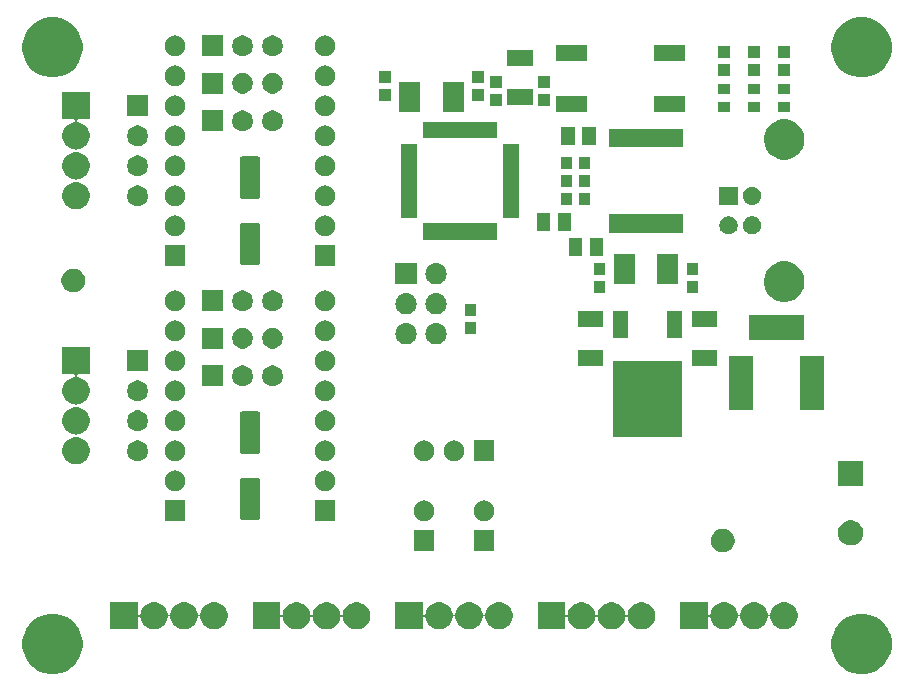
<source format=gbr>
G04 #@! TF.GenerationSoftware,KiCad,Pcbnew,(5.1.2)-2*
G04 #@! TF.CreationDate,2019-08-13T21:45:23-04:00*
G04 #@! TF.ProjectId,Controller,436f6e74-726f-46c6-9c65-722e6b696361,rev?*
G04 #@! TF.SameCoordinates,Original*
G04 #@! TF.FileFunction,Soldermask,Top*
G04 #@! TF.FilePolarity,Negative*
%FSLAX46Y46*%
G04 Gerber Fmt 4.6, Leading zero omitted, Abs format (unit mm)*
G04 Created by KiCad (PCBNEW (5.1.2)-2) date 2019-08-13 21:45:23*
%MOMM*%
%LPD*%
G04 APERTURE LIST*
%ADD10C,0.100000*%
G04 APERTURE END LIST*
D10*
G36*
X217494098Y-79297033D02*
G01*
X217956013Y-79488364D01*
X217958352Y-79489333D01*
X218376168Y-79768509D01*
X218731491Y-80123832D01*
X218970656Y-80481768D01*
X219010668Y-80541650D01*
X219202967Y-81005902D01*
X219301000Y-81498747D01*
X219301000Y-82001253D01*
X219202967Y-82494098D01*
X219010668Y-82958350D01*
X219010667Y-82958352D01*
X218731491Y-83376168D01*
X218376168Y-83731491D01*
X217958352Y-84010667D01*
X217958351Y-84010668D01*
X217958350Y-84010668D01*
X217494098Y-84202967D01*
X217001253Y-84301000D01*
X216498747Y-84301000D01*
X216005902Y-84202967D01*
X215541650Y-84010668D01*
X215541649Y-84010668D01*
X215541648Y-84010667D01*
X215123832Y-83731491D01*
X214768509Y-83376168D01*
X214489333Y-82958352D01*
X214489332Y-82958350D01*
X214297033Y-82494098D01*
X214199000Y-82001253D01*
X214199000Y-81498747D01*
X214297033Y-81005902D01*
X214489332Y-80541650D01*
X214529344Y-80481768D01*
X214768509Y-80123832D01*
X215123832Y-79768509D01*
X215541648Y-79489333D01*
X215543987Y-79488364D01*
X216005902Y-79297033D01*
X216498747Y-79199000D01*
X217001253Y-79199000D01*
X217494098Y-79297033D01*
X217494098Y-79297033D01*
G37*
G36*
X148994098Y-79297033D02*
G01*
X149456013Y-79488364D01*
X149458352Y-79489333D01*
X149876168Y-79768509D01*
X150231491Y-80123832D01*
X150470656Y-80481768D01*
X150510668Y-80541650D01*
X150702967Y-81005902D01*
X150801000Y-81498747D01*
X150801000Y-82001253D01*
X150702967Y-82494098D01*
X150510668Y-82958350D01*
X150510667Y-82958352D01*
X150231491Y-83376168D01*
X149876168Y-83731491D01*
X149458352Y-84010667D01*
X149458351Y-84010668D01*
X149458350Y-84010668D01*
X148994098Y-84202967D01*
X148501253Y-84301000D01*
X147998747Y-84301000D01*
X147505902Y-84202967D01*
X147041650Y-84010668D01*
X147041649Y-84010668D01*
X147041648Y-84010667D01*
X146623832Y-83731491D01*
X146268509Y-83376168D01*
X145989333Y-82958352D01*
X145989332Y-82958350D01*
X145797033Y-82494098D01*
X145699000Y-82001253D01*
X145699000Y-81498747D01*
X145797033Y-81005902D01*
X145989332Y-80541650D01*
X146029344Y-80481768D01*
X146268509Y-80123832D01*
X146623832Y-79768509D01*
X147041648Y-79489333D01*
X147043987Y-79488364D01*
X147505902Y-79297033D01*
X147998747Y-79199000D01*
X148501253Y-79199000D01*
X148994098Y-79297033D01*
X148994098Y-79297033D01*
G37*
G36*
X155456000Y-79189007D02*
G01*
X155458402Y-79213393D01*
X155465515Y-79236842D01*
X155477066Y-79258453D01*
X155492611Y-79277395D01*
X155511553Y-79292940D01*
X155533164Y-79304491D01*
X155556613Y-79311604D01*
X155580999Y-79314006D01*
X155605385Y-79311604D01*
X155628834Y-79304491D01*
X155650445Y-79292940D01*
X155669387Y-79277395D01*
X155684932Y-79258453D01*
X155696483Y-79236842D01*
X155703596Y-79213393D01*
X155738232Y-79039267D01*
X155824996Y-78829799D01*
X155824997Y-78829797D01*
X155950960Y-78641280D01*
X156111280Y-78480960D01*
X156299797Y-78354997D01*
X156509266Y-78268232D01*
X156620451Y-78246116D01*
X156731635Y-78224000D01*
X156958365Y-78224000D01*
X157069549Y-78246116D01*
X157180734Y-78268232D01*
X157390203Y-78354997D01*
X157578720Y-78480960D01*
X157739040Y-78641280D01*
X157865003Y-78829797D01*
X157865004Y-78829799D01*
X157951768Y-79039267D01*
X157992403Y-79243552D01*
X157999516Y-79267001D01*
X158011067Y-79288612D01*
X158026612Y-79307554D01*
X158045554Y-79323099D01*
X158067165Y-79334650D01*
X158090614Y-79341763D01*
X158115000Y-79344165D01*
X158139386Y-79341763D01*
X158162835Y-79334650D01*
X158184446Y-79323099D01*
X158203388Y-79307554D01*
X158218933Y-79288612D01*
X158230484Y-79267001D01*
X158237597Y-79243552D01*
X158278232Y-79039267D01*
X158364996Y-78829799D01*
X158364997Y-78829797D01*
X158490960Y-78641280D01*
X158651280Y-78480960D01*
X158839797Y-78354997D01*
X159049266Y-78268232D01*
X159160451Y-78246116D01*
X159271635Y-78224000D01*
X159498365Y-78224000D01*
X159609549Y-78246116D01*
X159720734Y-78268232D01*
X159930203Y-78354997D01*
X160118720Y-78480960D01*
X160279040Y-78641280D01*
X160405003Y-78829797D01*
X160405004Y-78829799D01*
X160491768Y-79039267D01*
X160532403Y-79243552D01*
X160539516Y-79267001D01*
X160551067Y-79288612D01*
X160566612Y-79307554D01*
X160585554Y-79323099D01*
X160607165Y-79334650D01*
X160630614Y-79341763D01*
X160655000Y-79344165D01*
X160679386Y-79341763D01*
X160702835Y-79334650D01*
X160724446Y-79323099D01*
X160743388Y-79307554D01*
X160758933Y-79288612D01*
X160770484Y-79267001D01*
X160777597Y-79243552D01*
X160818232Y-79039267D01*
X160904996Y-78829799D01*
X160904997Y-78829797D01*
X161030960Y-78641280D01*
X161191280Y-78480960D01*
X161379797Y-78354997D01*
X161589266Y-78268232D01*
X161700451Y-78246116D01*
X161811635Y-78224000D01*
X162038365Y-78224000D01*
X162149549Y-78246116D01*
X162260734Y-78268232D01*
X162470203Y-78354997D01*
X162658720Y-78480960D01*
X162819040Y-78641280D01*
X162945003Y-78829797D01*
X162945004Y-78829799D01*
X163031768Y-79039267D01*
X163076000Y-79261635D01*
X163076000Y-79488365D01*
X163075807Y-79489333D01*
X163031768Y-79710734D01*
X162945003Y-79920203D01*
X162819040Y-80108720D01*
X162658720Y-80269040D01*
X162470203Y-80395003D01*
X162260734Y-80481768D01*
X162149549Y-80503884D01*
X162038365Y-80526000D01*
X161811635Y-80526000D01*
X161700451Y-80503884D01*
X161589266Y-80481768D01*
X161379797Y-80395003D01*
X161191280Y-80269040D01*
X161030960Y-80108720D01*
X160904997Y-79920203D01*
X160818232Y-79710734D01*
X160777597Y-79506448D01*
X160770484Y-79482999D01*
X160758933Y-79461388D01*
X160743388Y-79442446D01*
X160724446Y-79426901D01*
X160702835Y-79415350D01*
X160679386Y-79408237D01*
X160655000Y-79405835D01*
X160630614Y-79408237D01*
X160607165Y-79415350D01*
X160585554Y-79426901D01*
X160566612Y-79442446D01*
X160551067Y-79461388D01*
X160539516Y-79482999D01*
X160532403Y-79506448D01*
X160491768Y-79710734D01*
X160405003Y-79920203D01*
X160279040Y-80108720D01*
X160118720Y-80269040D01*
X159930203Y-80395003D01*
X159720734Y-80481768D01*
X159609549Y-80503884D01*
X159498365Y-80526000D01*
X159271635Y-80526000D01*
X159160451Y-80503884D01*
X159049266Y-80481768D01*
X158839797Y-80395003D01*
X158651280Y-80269040D01*
X158490960Y-80108720D01*
X158364997Y-79920203D01*
X158278232Y-79710734D01*
X158237597Y-79506448D01*
X158230484Y-79482999D01*
X158218933Y-79461388D01*
X158203388Y-79442446D01*
X158184446Y-79426901D01*
X158162835Y-79415350D01*
X158139386Y-79408237D01*
X158115000Y-79405835D01*
X158090614Y-79408237D01*
X158067165Y-79415350D01*
X158045554Y-79426901D01*
X158026612Y-79442446D01*
X158011067Y-79461388D01*
X157999516Y-79482999D01*
X157992403Y-79506448D01*
X157951768Y-79710734D01*
X157865003Y-79920203D01*
X157739040Y-80108720D01*
X157578720Y-80269040D01*
X157390203Y-80395003D01*
X157180734Y-80481768D01*
X157069549Y-80503884D01*
X156958365Y-80526000D01*
X156731635Y-80526000D01*
X156620451Y-80503884D01*
X156509266Y-80481768D01*
X156299797Y-80395003D01*
X156111280Y-80269040D01*
X155950960Y-80108720D01*
X155824997Y-79920203D01*
X155738232Y-79710734D01*
X155703596Y-79536607D01*
X155696483Y-79513158D01*
X155684932Y-79491547D01*
X155669387Y-79472605D01*
X155650445Y-79457060D01*
X155628834Y-79445509D01*
X155605385Y-79438396D01*
X155580999Y-79435994D01*
X155556613Y-79438396D01*
X155533164Y-79445509D01*
X155511553Y-79457060D01*
X155492611Y-79472605D01*
X155477066Y-79491547D01*
X155465515Y-79513158D01*
X155458402Y-79536607D01*
X155456000Y-79560993D01*
X155456000Y-80526000D01*
X153154000Y-80526000D01*
X153154000Y-78224000D01*
X155456000Y-78224000D01*
X155456000Y-79189007D01*
X155456000Y-79189007D01*
G37*
G36*
X203716000Y-79189007D02*
G01*
X203718402Y-79213393D01*
X203725515Y-79236842D01*
X203737066Y-79258453D01*
X203752611Y-79277395D01*
X203771553Y-79292940D01*
X203793164Y-79304491D01*
X203816613Y-79311604D01*
X203840999Y-79314006D01*
X203865385Y-79311604D01*
X203888834Y-79304491D01*
X203910445Y-79292940D01*
X203929387Y-79277395D01*
X203944932Y-79258453D01*
X203956483Y-79236842D01*
X203963596Y-79213393D01*
X203998232Y-79039267D01*
X204084996Y-78829799D01*
X204084997Y-78829797D01*
X204210960Y-78641280D01*
X204371280Y-78480960D01*
X204559797Y-78354997D01*
X204769266Y-78268232D01*
X204880451Y-78246116D01*
X204991635Y-78224000D01*
X205218365Y-78224000D01*
X205329549Y-78246116D01*
X205440734Y-78268232D01*
X205650203Y-78354997D01*
X205838720Y-78480960D01*
X205999040Y-78641280D01*
X206125003Y-78829797D01*
X206125004Y-78829799D01*
X206211768Y-79039267D01*
X206252403Y-79243552D01*
X206259516Y-79267001D01*
X206271067Y-79288612D01*
X206286612Y-79307554D01*
X206305554Y-79323099D01*
X206327165Y-79334650D01*
X206350614Y-79341763D01*
X206375000Y-79344165D01*
X206399386Y-79341763D01*
X206422835Y-79334650D01*
X206444446Y-79323099D01*
X206463388Y-79307554D01*
X206478933Y-79288612D01*
X206490484Y-79267001D01*
X206497597Y-79243552D01*
X206538232Y-79039267D01*
X206624996Y-78829799D01*
X206624997Y-78829797D01*
X206750960Y-78641280D01*
X206911280Y-78480960D01*
X207099797Y-78354997D01*
X207309266Y-78268232D01*
X207420451Y-78246116D01*
X207531635Y-78224000D01*
X207758365Y-78224000D01*
X207869549Y-78246116D01*
X207980734Y-78268232D01*
X208190203Y-78354997D01*
X208378720Y-78480960D01*
X208539040Y-78641280D01*
X208665003Y-78829797D01*
X208665004Y-78829799D01*
X208751768Y-79039267D01*
X208792403Y-79243552D01*
X208799516Y-79267001D01*
X208811067Y-79288612D01*
X208826612Y-79307554D01*
X208845554Y-79323099D01*
X208867165Y-79334650D01*
X208890614Y-79341763D01*
X208915000Y-79344165D01*
X208939386Y-79341763D01*
X208962835Y-79334650D01*
X208984446Y-79323099D01*
X209003388Y-79307554D01*
X209018933Y-79288612D01*
X209030484Y-79267001D01*
X209037597Y-79243552D01*
X209078232Y-79039267D01*
X209164996Y-78829799D01*
X209164997Y-78829797D01*
X209290960Y-78641280D01*
X209451280Y-78480960D01*
X209639797Y-78354997D01*
X209849266Y-78268232D01*
X209960451Y-78246116D01*
X210071635Y-78224000D01*
X210298365Y-78224000D01*
X210409549Y-78246116D01*
X210520734Y-78268232D01*
X210730203Y-78354997D01*
X210918720Y-78480960D01*
X211079040Y-78641280D01*
X211205003Y-78829797D01*
X211205004Y-78829799D01*
X211291768Y-79039267D01*
X211336000Y-79261635D01*
X211336000Y-79488365D01*
X211335807Y-79489333D01*
X211291768Y-79710734D01*
X211205003Y-79920203D01*
X211079040Y-80108720D01*
X210918720Y-80269040D01*
X210730203Y-80395003D01*
X210520734Y-80481768D01*
X210409549Y-80503884D01*
X210298365Y-80526000D01*
X210071635Y-80526000D01*
X209960451Y-80503884D01*
X209849266Y-80481768D01*
X209639797Y-80395003D01*
X209451280Y-80269040D01*
X209290960Y-80108720D01*
X209164997Y-79920203D01*
X209078232Y-79710734D01*
X209037597Y-79506448D01*
X209030484Y-79482999D01*
X209018933Y-79461388D01*
X209003388Y-79442446D01*
X208984446Y-79426901D01*
X208962835Y-79415350D01*
X208939386Y-79408237D01*
X208915000Y-79405835D01*
X208890614Y-79408237D01*
X208867165Y-79415350D01*
X208845554Y-79426901D01*
X208826612Y-79442446D01*
X208811067Y-79461388D01*
X208799516Y-79482999D01*
X208792403Y-79506448D01*
X208751768Y-79710734D01*
X208665003Y-79920203D01*
X208539040Y-80108720D01*
X208378720Y-80269040D01*
X208190203Y-80395003D01*
X207980734Y-80481768D01*
X207869549Y-80503884D01*
X207758365Y-80526000D01*
X207531635Y-80526000D01*
X207420451Y-80503884D01*
X207309266Y-80481768D01*
X207099797Y-80395003D01*
X206911280Y-80269040D01*
X206750960Y-80108720D01*
X206624997Y-79920203D01*
X206538232Y-79710734D01*
X206497597Y-79506448D01*
X206490484Y-79482999D01*
X206478933Y-79461388D01*
X206463388Y-79442446D01*
X206444446Y-79426901D01*
X206422835Y-79415350D01*
X206399386Y-79408237D01*
X206375000Y-79405835D01*
X206350614Y-79408237D01*
X206327165Y-79415350D01*
X206305554Y-79426901D01*
X206286612Y-79442446D01*
X206271067Y-79461388D01*
X206259516Y-79482999D01*
X206252403Y-79506448D01*
X206211768Y-79710734D01*
X206125003Y-79920203D01*
X205999040Y-80108720D01*
X205838720Y-80269040D01*
X205650203Y-80395003D01*
X205440734Y-80481768D01*
X205329549Y-80503884D01*
X205218365Y-80526000D01*
X204991635Y-80526000D01*
X204880451Y-80503884D01*
X204769266Y-80481768D01*
X204559797Y-80395003D01*
X204371280Y-80269040D01*
X204210960Y-80108720D01*
X204084997Y-79920203D01*
X203998232Y-79710734D01*
X203963596Y-79536607D01*
X203956483Y-79513158D01*
X203944932Y-79491547D01*
X203929387Y-79472605D01*
X203910445Y-79457060D01*
X203888834Y-79445509D01*
X203865385Y-79438396D01*
X203840999Y-79435994D01*
X203816613Y-79438396D01*
X203793164Y-79445509D01*
X203771553Y-79457060D01*
X203752611Y-79472605D01*
X203737066Y-79491547D01*
X203725515Y-79513158D01*
X203718402Y-79536607D01*
X203716000Y-79560993D01*
X203716000Y-80526000D01*
X201414000Y-80526000D01*
X201414000Y-78224000D01*
X203716000Y-78224000D01*
X203716000Y-79189007D01*
X203716000Y-79189007D01*
G37*
G36*
X191651000Y-79189007D02*
G01*
X191653402Y-79213393D01*
X191660515Y-79236842D01*
X191672066Y-79258453D01*
X191687611Y-79277395D01*
X191706553Y-79292940D01*
X191728164Y-79304491D01*
X191751613Y-79311604D01*
X191775999Y-79314006D01*
X191800385Y-79311604D01*
X191823834Y-79304491D01*
X191845445Y-79292940D01*
X191864387Y-79277395D01*
X191879932Y-79258453D01*
X191891483Y-79236842D01*
X191898596Y-79213393D01*
X191933232Y-79039267D01*
X192019996Y-78829799D01*
X192019997Y-78829797D01*
X192145960Y-78641280D01*
X192306280Y-78480960D01*
X192494797Y-78354997D01*
X192704266Y-78268232D01*
X192815451Y-78246116D01*
X192926635Y-78224000D01*
X193153365Y-78224000D01*
X193264549Y-78246116D01*
X193375734Y-78268232D01*
X193585203Y-78354997D01*
X193773720Y-78480960D01*
X193934040Y-78641280D01*
X194060003Y-78829797D01*
X194060004Y-78829799D01*
X194146768Y-79039267D01*
X194187403Y-79243552D01*
X194194516Y-79267001D01*
X194206067Y-79288612D01*
X194221612Y-79307554D01*
X194240554Y-79323099D01*
X194262165Y-79334650D01*
X194285614Y-79341763D01*
X194310000Y-79344165D01*
X194334386Y-79341763D01*
X194357835Y-79334650D01*
X194379446Y-79323099D01*
X194398388Y-79307554D01*
X194413933Y-79288612D01*
X194425484Y-79267001D01*
X194432597Y-79243552D01*
X194473232Y-79039267D01*
X194559996Y-78829799D01*
X194559997Y-78829797D01*
X194685960Y-78641280D01*
X194846280Y-78480960D01*
X195034797Y-78354997D01*
X195244266Y-78268232D01*
X195355451Y-78246116D01*
X195466635Y-78224000D01*
X195693365Y-78224000D01*
X195804549Y-78246116D01*
X195915734Y-78268232D01*
X196125203Y-78354997D01*
X196313720Y-78480960D01*
X196474040Y-78641280D01*
X196600003Y-78829797D01*
X196600004Y-78829799D01*
X196686768Y-79039267D01*
X196727403Y-79243552D01*
X196734516Y-79267001D01*
X196746067Y-79288612D01*
X196761612Y-79307554D01*
X196780554Y-79323099D01*
X196802165Y-79334650D01*
X196825614Y-79341763D01*
X196850000Y-79344165D01*
X196874386Y-79341763D01*
X196897835Y-79334650D01*
X196919446Y-79323099D01*
X196938388Y-79307554D01*
X196953933Y-79288612D01*
X196965484Y-79267001D01*
X196972597Y-79243552D01*
X197013232Y-79039267D01*
X197099996Y-78829799D01*
X197099997Y-78829797D01*
X197225960Y-78641280D01*
X197386280Y-78480960D01*
X197574797Y-78354997D01*
X197784266Y-78268232D01*
X197895451Y-78246116D01*
X198006635Y-78224000D01*
X198233365Y-78224000D01*
X198344549Y-78246116D01*
X198455734Y-78268232D01*
X198665203Y-78354997D01*
X198853720Y-78480960D01*
X199014040Y-78641280D01*
X199140003Y-78829797D01*
X199140004Y-78829799D01*
X199226768Y-79039267D01*
X199271000Y-79261635D01*
X199271000Y-79488365D01*
X199270807Y-79489333D01*
X199226768Y-79710734D01*
X199140003Y-79920203D01*
X199014040Y-80108720D01*
X198853720Y-80269040D01*
X198665203Y-80395003D01*
X198455734Y-80481768D01*
X198344549Y-80503884D01*
X198233365Y-80526000D01*
X198006635Y-80526000D01*
X197895451Y-80503884D01*
X197784266Y-80481768D01*
X197574797Y-80395003D01*
X197386280Y-80269040D01*
X197225960Y-80108720D01*
X197099997Y-79920203D01*
X197013232Y-79710734D01*
X196972597Y-79506448D01*
X196965484Y-79482999D01*
X196953933Y-79461388D01*
X196938388Y-79442446D01*
X196919446Y-79426901D01*
X196897835Y-79415350D01*
X196874386Y-79408237D01*
X196850000Y-79405835D01*
X196825614Y-79408237D01*
X196802165Y-79415350D01*
X196780554Y-79426901D01*
X196761612Y-79442446D01*
X196746067Y-79461388D01*
X196734516Y-79482999D01*
X196727403Y-79506448D01*
X196686768Y-79710734D01*
X196600003Y-79920203D01*
X196474040Y-80108720D01*
X196313720Y-80269040D01*
X196125203Y-80395003D01*
X195915734Y-80481768D01*
X195804549Y-80503884D01*
X195693365Y-80526000D01*
X195466635Y-80526000D01*
X195355451Y-80503884D01*
X195244266Y-80481768D01*
X195034797Y-80395003D01*
X194846280Y-80269040D01*
X194685960Y-80108720D01*
X194559997Y-79920203D01*
X194473232Y-79710734D01*
X194432597Y-79506448D01*
X194425484Y-79482999D01*
X194413933Y-79461388D01*
X194398388Y-79442446D01*
X194379446Y-79426901D01*
X194357835Y-79415350D01*
X194334386Y-79408237D01*
X194310000Y-79405835D01*
X194285614Y-79408237D01*
X194262165Y-79415350D01*
X194240554Y-79426901D01*
X194221612Y-79442446D01*
X194206067Y-79461388D01*
X194194516Y-79482999D01*
X194187403Y-79506448D01*
X194146768Y-79710734D01*
X194060003Y-79920203D01*
X193934040Y-80108720D01*
X193773720Y-80269040D01*
X193585203Y-80395003D01*
X193375734Y-80481768D01*
X193264549Y-80503884D01*
X193153365Y-80526000D01*
X192926635Y-80526000D01*
X192815451Y-80503884D01*
X192704266Y-80481768D01*
X192494797Y-80395003D01*
X192306280Y-80269040D01*
X192145960Y-80108720D01*
X192019997Y-79920203D01*
X191933232Y-79710734D01*
X191898596Y-79536607D01*
X191891483Y-79513158D01*
X191879932Y-79491547D01*
X191864387Y-79472605D01*
X191845445Y-79457060D01*
X191823834Y-79445509D01*
X191800385Y-79438396D01*
X191775999Y-79435994D01*
X191751613Y-79438396D01*
X191728164Y-79445509D01*
X191706553Y-79457060D01*
X191687611Y-79472605D01*
X191672066Y-79491547D01*
X191660515Y-79513158D01*
X191653402Y-79536607D01*
X191651000Y-79560993D01*
X191651000Y-80526000D01*
X189349000Y-80526000D01*
X189349000Y-78224000D01*
X191651000Y-78224000D01*
X191651000Y-79189007D01*
X191651000Y-79189007D01*
G37*
G36*
X179586000Y-79189007D02*
G01*
X179588402Y-79213393D01*
X179595515Y-79236842D01*
X179607066Y-79258453D01*
X179622611Y-79277395D01*
X179641553Y-79292940D01*
X179663164Y-79304491D01*
X179686613Y-79311604D01*
X179710999Y-79314006D01*
X179735385Y-79311604D01*
X179758834Y-79304491D01*
X179780445Y-79292940D01*
X179799387Y-79277395D01*
X179814932Y-79258453D01*
X179826483Y-79236842D01*
X179833596Y-79213393D01*
X179868232Y-79039267D01*
X179954996Y-78829799D01*
X179954997Y-78829797D01*
X180080960Y-78641280D01*
X180241280Y-78480960D01*
X180429797Y-78354997D01*
X180639266Y-78268232D01*
X180750451Y-78246116D01*
X180861635Y-78224000D01*
X181088365Y-78224000D01*
X181199549Y-78246116D01*
X181310734Y-78268232D01*
X181520203Y-78354997D01*
X181708720Y-78480960D01*
X181869040Y-78641280D01*
X181995003Y-78829797D01*
X181995004Y-78829799D01*
X182081768Y-79039267D01*
X182122403Y-79243552D01*
X182129516Y-79267001D01*
X182141067Y-79288612D01*
X182156612Y-79307554D01*
X182175554Y-79323099D01*
X182197165Y-79334650D01*
X182220614Y-79341763D01*
X182245000Y-79344165D01*
X182269386Y-79341763D01*
X182292835Y-79334650D01*
X182314446Y-79323099D01*
X182333388Y-79307554D01*
X182348933Y-79288612D01*
X182360484Y-79267001D01*
X182367597Y-79243552D01*
X182408232Y-79039267D01*
X182494996Y-78829799D01*
X182494997Y-78829797D01*
X182620960Y-78641280D01*
X182781280Y-78480960D01*
X182969797Y-78354997D01*
X183179266Y-78268232D01*
X183290451Y-78246116D01*
X183401635Y-78224000D01*
X183628365Y-78224000D01*
X183739549Y-78246116D01*
X183850734Y-78268232D01*
X184060203Y-78354997D01*
X184248720Y-78480960D01*
X184409040Y-78641280D01*
X184535003Y-78829797D01*
X184535004Y-78829799D01*
X184621768Y-79039267D01*
X184662403Y-79243552D01*
X184669516Y-79267001D01*
X184681067Y-79288612D01*
X184696612Y-79307554D01*
X184715554Y-79323099D01*
X184737165Y-79334650D01*
X184760614Y-79341763D01*
X184785000Y-79344165D01*
X184809386Y-79341763D01*
X184832835Y-79334650D01*
X184854446Y-79323099D01*
X184873388Y-79307554D01*
X184888933Y-79288612D01*
X184900484Y-79267001D01*
X184907597Y-79243552D01*
X184948232Y-79039267D01*
X185034996Y-78829799D01*
X185034997Y-78829797D01*
X185160960Y-78641280D01*
X185321280Y-78480960D01*
X185509797Y-78354997D01*
X185719266Y-78268232D01*
X185830451Y-78246116D01*
X185941635Y-78224000D01*
X186168365Y-78224000D01*
X186279549Y-78246116D01*
X186390734Y-78268232D01*
X186600203Y-78354997D01*
X186788720Y-78480960D01*
X186949040Y-78641280D01*
X187075003Y-78829797D01*
X187075004Y-78829799D01*
X187161768Y-79039267D01*
X187206000Y-79261635D01*
X187206000Y-79488365D01*
X187205807Y-79489333D01*
X187161768Y-79710734D01*
X187075003Y-79920203D01*
X186949040Y-80108720D01*
X186788720Y-80269040D01*
X186600203Y-80395003D01*
X186390734Y-80481768D01*
X186279549Y-80503884D01*
X186168365Y-80526000D01*
X185941635Y-80526000D01*
X185830451Y-80503884D01*
X185719266Y-80481768D01*
X185509797Y-80395003D01*
X185321280Y-80269040D01*
X185160960Y-80108720D01*
X185034997Y-79920203D01*
X184948232Y-79710734D01*
X184907597Y-79506448D01*
X184900484Y-79482999D01*
X184888933Y-79461388D01*
X184873388Y-79442446D01*
X184854446Y-79426901D01*
X184832835Y-79415350D01*
X184809386Y-79408237D01*
X184785000Y-79405835D01*
X184760614Y-79408237D01*
X184737165Y-79415350D01*
X184715554Y-79426901D01*
X184696612Y-79442446D01*
X184681067Y-79461388D01*
X184669516Y-79482999D01*
X184662403Y-79506448D01*
X184621768Y-79710734D01*
X184535003Y-79920203D01*
X184409040Y-80108720D01*
X184248720Y-80269040D01*
X184060203Y-80395003D01*
X183850734Y-80481768D01*
X183739549Y-80503884D01*
X183628365Y-80526000D01*
X183401635Y-80526000D01*
X183290451Y-80503884D01*
X183179266Y-80481768D01*
X182969797Y-80395003D01*
X182781280Y-80269040D01*
X182620960Y-80108720D01*
X182494997Y-79920203D01*
X182408232Y-79710734D01*
X182367597Y-79506448D01*
X182360484Y-79482999D01*
X182348933Y-79461388D01*
X182333388Y-79442446D01*
X182314446Y-79426901D01*
X182292835Y-79415350D01*
X182269386Y-79408237D01*
X182245000Y-79405835D01*
X182220614Y-79408237D01*
X182197165Y-79415350D01*
X182175554Y-79426901D01*
X182156612Y-79442446D01*
X182141067Y-79461388D01*
X182129516Y-79482999D01*
X182122403Y-79506448D01*
X182081768Y-79710734D01*
X181995003Y-79920203D01*
X181869040Y-80108720D01*
X181708720Y-80269040D01*
X181520203Y-80395003D01*
X181310734Y-80481768D01*
X181199549Y-80503884D01*
X181088365Y-80526000D01*
X180861635Y-80526000D01*
X180750451Y-80503884D01*
X180639266Y-80481768D01*
X180429797Y-80395003D01*
X180241280Y-80269040D01*
X180080960Y-80108720D01*
X179954997Y-79920203D01*
X179868232Y-79710734D01*
X179833596Y-79536607D01*
X179826483Y-79513158D01*
X179814932Y-79491547D01*
X179799387Y-79472605D01*
X179780445Y-79457060D01*
X179758834Y-79445509D01*
X179735385Y-79438396D01*
X179710999Y-79435994D01*
X179686613Y-79438396D01*
X179663164Y-79445509D01*
X179641553Y-79457060D01*
X179622611Y-79472605D01*
X179607066Y-79491547D01*
X179595515Y-79513158D01*
X179588402Y-79536607D01*
X179586000Y-79560993D01*
X179586000Y-80526000D01*
X177284000Y-80526000D01*
X177284000Y-78224000D01*
X179586000Y-78224000D01*
X179586000Y-79189007D01*
X179586000Y-79189007D01*
G37*
G36*
X167521000Y-79189007D02*
G01*
X167523402Y-79213393D01*
X167530515Y-79236842D01*
X167542066Y-79258453D01*
X167557611Y-79277395D01*
X167576553Y-79292940D01*
X167598164Y-79304491D01*
X167621613Y-79311604D01*
X167645999Y-79314006D01*
X167670385Y-79311604D01*
X167693834Y-79304491D01*
X167715445Y-79292940D01*
X167734387Y-79277395D01*
X167749932Y-79258453D01*
X167761483Y-79236842D01*
X167768596Y-79213393D01*
X167803232Y-79039267D01*
X167889996Y-78829799D01*
X167889997Y-78829797D01*
X168015960Y-78641280D01*
X168176280Y-78480960D01*
X168364797Y-78354997D01*
X168574266Y-78268232D01*
X168685451Y-78246116D01*
X168796635Y-78224000D01*
X169023365Y-78224000D01*
X169134549Y-78246116D01*
X169245734Y-78268232D01*
X169455203Y-78354997D01*
X169643720Y-78480960D01*
X169804040Y-78641280D01*
X169930003Y-78829797D01*
X169930004Y-78829799D01*
X170016768Y-79039267D01*
X170057403Y-79243552D01*
X170064516Y-79267001D01*
X170076067Y-79288612D01*
X170091612Y-79307554D01*
X170110554Y-79323099D01*
X170132165Y-79334650D01*
X170155614Y-79341763D01*
X170180000Y-79344165D01*
X170204386Y-79341763D01*
X170227835Y-79334650D01*
X170249446Y-79323099D01*
X170268388Y-79307554D01*
X170283933Y-79288612D01*
X170295484Y-79267001D01*
X170302597Y-79243552D01*
X170343232Y-79039267D01*
X170429996Y-78829799D01*
X170429997Y-78829797D01*
X170555960Y-78641280D01*
X170716280Y-78480960D01*
X170904797Y-78354997D01*
X171114266Y-78268232D01*
X171225451Y-78246116D01*
X171336635Y-78224000D01*
X171563365Y-78224000D01*
X171674549Y-78246116D01*
X171785734Y-78268232D01*
X171995203Y-78354997D01*
X172183720Y-78480960D01*
X172344040Y-78641280D01*
X172470003Y-78829797D01*
X172470004Y-78829799D01*
X172556768Y-79039267D01*
X172597403Y-79243552D01*
X172604516Y-79267001D01*
X172616067Y-79288612D01*
X172631612Y-79307554D01*
X172650554Y-79323099D01*
X172672165Y-79334650D01*
X172695614Y-79341763D01*
X172720000Y-79344165D01*
X172744386Y-79341763D01*
X172767835Y-79334650D01*
X172789446Y-79323099D01*
X172808388Y-79307554D01*
X172823933Y-79288612D01*
X172835484Y-79267001D01*
X172842597Y-79243552D01*
X172883232Y-79039267D01*
X172969996Y-78829799D01*
X172969997Y-78829797D01*
X173095960Y-78641280D01*
X173256280Y-78480960D01*
X173444797Y-78354997D01*
X173654266Y-78268232D01*
X173765451Y-78246116D01*
X173876635Y-78224000D01*
X174103365Y-78224000D01*
X174214549Y-78246116D01*
X174325734Y-78268232D01*
X174535203Y-78354997D01*
X174723720Y-78480960D01*
X174884040Y-78641280D01*
X175010003Y-78829797D01*
X175010004Y-78829799D01*
X175096768Y-79039267D01*
X175141000Y-79261635D01*
X175141000Y-79488365D01*
X175140807Y-79489333D01*
X175096768Y-79710734D01*
X175010003Y-79920203D01*
X174884040Y-80108720D01*
X174723720Y-80269040D01*
X174535203Y-80395003D01*
X174325734Y-80481768D01*
X174214549Y-80503884D01*
X174103365Y-80526000D01*
X173876635Y-80526000D01*
X173765451Y-80503884D01*
X173654266Y-80481768D01*
X173444797Y-80395003D01*
X173256280Y-80269040D01*
X173095960Y-80108720D01*
X172969997Y-79920203D01*
X172883232Y-79710734D01*
X172842597Y-79506448D01*
X172835484Y-79482999D01*
X172823933Y-79461388D01*
X172808388Y-79442446D01*
X172789446Y-79426901D01*
X172767835Y-79415350D01*
X172744386Y-79408237D01*
X172720000Y-79405835D01*
X172695614Y-79408237D01*
X172672165Y-79415350D01*
X172650554Y-79426901D01*
X172631612Y-79442446D01*
X172616067Y-79461388D01*
X172604516Y-79482999D01*
X172597403Y-79506448D01*
X172556768Y-79710734D01*
X172470003Y-79920203D01*
X172344040Y-80108720D01*
X172183720Y-80269040D01*
X171995203Y-80395003D01*
X171785734Y-80481768D01*
X171674549Y-80503884D01*
X171563365Y-80526000D01*
X171336635Y-80526000D01*
X171225451Y-80503884D01*
X171114266Y-80481768D01*
X170904797Y-80395003D01*
X170716280Y-80269040D01*
X170555960Y-80108720D01*
X170429997Y-79920203D01*
X170343232Y-79710734D01*
X170302597Y-79506448D01*
X170295484Y-79482999D01*
X170283933Y-79461388D01*
X170268388Y-79442446D01*
X170249446Y-79426901D01*
X170227835Y-79415350D01*
X170204386Y-79408237D01*
X170180000Y-79405835D01*
X170155614Y-79408237D01*
X170132165Y-79415350D01*
X170110554Y-79426901D01*
X170091612Y-79442446D01*
X170076067Y-79461388D01*
X170064516Y-79482999D01*
X170057403Y-79506448D01*
X170016768Y-79710734D01*
X169930003Y-79920203D01*
X169804040Y-80108720D01*
X169643720Y-80269040D01*
X169455203Y-80395003D01*
X169245734Y-80481768D01*
X169134549Y-80503884D01*
X169023365Y-80526000D01*
X168796635Y-80526000D01*
X168685451Y-80503884D01*
X168574266Y-80481768D01*
X168364797Y-80395003D01*
X168176280Y-80269040D01*
X168015960Y-80108720D01*
X167889997Y-79920203D01*
X167803232Y-79710734D01*
X167768596Y-79536607D01*
X167761483Y-79513158D01*
X167749932Y-79491547D01*
X167734387Y-79472605D01*
X167715445Y-79457060D01*
X167693834Y-79445509D01*
X167670385Y-79438396D01*
X167645999Y-79435994D01*
X167621613Y-79438396D01*
X167598164Y-79445509D01*
X167576553Y-79457060D01*
X167557611Y-79472605D01*
X167542066Y-79491547D01*
X167530515Y-79513158D01*
X167523402Y-79536607D01*
X167521000Y-79560993D01*
X167521000Y-80526000D01*
X165219000Y-80526000D01*
X165219000Y-78224000D01*
X167521000Y-78224000D01*
X167521000Y-79189007D01*
X167521000Y-79189007D01*
G37*
G36*
X205227290Y-72025619D02*
G01*
X205291689Y-72038429D01*
X205473678Y-72113811D01*
X205637463Y-72223249D01*
X205776751Y-72362537D01*
X205886189Y-72526322D01*
X205942070Y-72661232D01*
X205961571Y-72708312D01*
X205990832Y-72855414D01*
X206000000Y-72901509D01*
X206000000Y-73098491D01*
X205961571Y-73291689D01*
X205886189Y-73473678D01*
X205776751Y-73637463D01*
X205637463Y-73776751D01*
X205473678Y-73886189D01*
X205291689Y-73961571D01*
X205227290Y-73974381D01*
X205098493Y-74000000D01*
X204901507Y-74000000D01*
X204772710Y-73974381D01*
X204708311Y-73961571D01*
X204526322Y-73886189D01*
X204362537Y-73776751D01*
X204223249Y-73637463D01*
X204113811Y-73473678D01*
X204038429Y-73291689D01*
X204000000Y-73098491D01*
X204000000Y-72901509D01*
X204009169Y-72855414D01*
X204038429Y-72708312D01*
X204057930Y-72661232D01*
X204113811Y-72526322D01*
X204223249Y-72362537D01*
X204362537Y-72223249D01*
X204526322Y-72113811D01*
X204708311Y-72038429D01*
X204772710Y-72025619D01*
X204901507Y-72000000D01*
X205098493Y-72000000D01*
X205227290Y-72025619D01*
X205227290Y-72025619D01*
G37*
G36*
X180581500Y-73901500D02*
G01*
X178828500Y-73901500D01*
X178828500Y-72148500D01*
X180581500Y-72148500D01*
X180581500Y-73901500D01*
X180581500Y-73901500D01*
G37*
G36*
X185661500Y-73901500D02*
G01*
X183908500Y-73901500D01*
X183908500Y-72148500D01*
X185661500Y-72148500D01*
X185661500Y-73901500D01*
X185661500Y-73901500D01*
G37*
G36*
X216134231Y-71324003D02*
G01*
X216328412Y-71404436D01*
X216328414Y-71404437D01*
X216503173Y-71521207D01*
X216651793Y-71669827D01*
X216768563Y-71844586D01*
X216768564Y-71844588D01*
X216848997Y-72038769D01*
X216890000Y-72244908D01*
X216890000Y-72455092D01*
X216848997Y-72661231D01*
X216829495Y-72708312D01*
X216768563Y-72855414D01*
X216651793Y-73030173D01*
X216503173Y-73178793D01*
X216328414Y-73295563D01*
X216328413Y-73295564D01*
X216328412Y-73295564D01*
X216134231Y-73375997D01*
X215928092Y-73417000D01*
X215717908Y-73417000D01*
X215511769Y-73375997D01*
X215317588Y-73295564D01*
X215317587Y-73295564D01*
X215317586Y-73295563D01*
X215142827Y-73178793D01*
X214994207Y-73030173D01*
X214877437Y-72855414D01*
X214816505Y-72708312D01*
X214797003Y-72661231D01*
X214756000Y-72455092D01*
X214756000Y-72244908D01*
X214797003Y-72038769D01*
X214877436Y-71844588D01*
X214877437Y-71844586D01*
X214994207Y-71669827D01*
X215142827Y-71521207D01*
X215317586Y-71404437D01*
X215317588Y-71404436D01*
X215511769Y-71324003D01*
X215717908Y-71283000D01*
X215928092Y-71283000D01*
X216134231Y-71324003D01*
X216134231Y-71324003D01*
G37*
G36*
X172199500Y-71361500D02*
G01*
X170446500Y-71361500D01*
X170446500Y-69608500D01*
X172199500Y-69608500D01*
X172199500Y-71361500D01*
X172199500Y-71361500D01*
G37*
G36*
X184955997Y-69625341D02*
G01*
X185040666Y-69642183D01*
X185106738Y-69669551D01*
X185200177Y-69708255D01*
X185343736Y-69804178D01*
X185465822Y-69926264D01*
X185561745Y-70069823D01*
X185627817Y-70229335D01*
X185661500Y-70398671D01*
X185661500Y-70571329D01*
X185627817Y-70740665D01*
X185561745Y-70900177D01*
X185465822Y-71043736D01*
X185343736Y-71165822D01*
X185200177Y-71261745D01*
X185106738Y-71300449D01*
X185040666Y-71327817D01*
X184955997Y-71344658D01*
X184871329Y-71361500D01*
X184698671Y-71361500D01*
X184614003Y-71344659D01*
X184529334Y-71327817D01*
X184463262Y-71300449D01*
X184369823Y-71261745D01*
X184226264Y-71165822D01*
X184104178Y-71043736D01*
X184008255Y-70900177D01*
X183942183Y-70740665D01*
X183908500Y-70571329D01*
X183908500Y-70398671D01*
X183942183Y-70229335D01*
X184008255Y-70069823D01*
X184104178Y-69926264D01*
X184226264Y-69804178D01*
X184369823Y-69708255D01*
X184463262Y-69669551D01*
X184529334Y-69642183D01*
X184614003Y-69625341D01*
X184698671Y-69608500D01*
X184871329Y-69608500D01*
X184955997Y-69625341D01*
X184955997Y-69625341D01*
G37*
G36*
X179875997Y-69625341D02*
G01*
X179960666Y-69642183D01*
X180026738Y-69669551D01*
X180120177Y-69708255D01*
X180263736Y-69804178D01*
X180385822Y-69926264D01*
X180481745Y-70069823D01*
X180547817Y-70229335D01*
X180581500Y-70398671D01*
X180581500Y-70571329D01*
X180547817Y-70740665D01*
X180481745Y-70900177D01*
X180385822Y-71043736D01*
X180263736Y-71165822D01*
X180120177Y-71261745D01*
X180026738Y-71300449D01*
X179960666Y-71327817D01*
X179875997Y-71344658D01*
X179791329Y-71361500D01*
X179618671Y-71361500D01*
X179534003Y-71344659D01*
X179449334Y-71327817D01*
X179383262Y-71300449D01*
X179289823Y-71261745D01*
X179146264Y-71165822D01*
X179024178Y-71043736D01*
X178928255Y-70900177D01*
X178862183Y-70740665D01*
X178828500Y-70571329D01*
X178828500Y-70398671D01*
X178862183Y-70229335D01*
X178928255Y-70069823D01*
X179024178Y-69926264D01*
X179146264Y-69804178D01*
X179289823Y-69708255D01*
X179383262Y-69669551D01*
X179449334Y-69642183D01*
X179534003Y-69625341D01*
X179618671Y-69608500D01*
X179791329Y-69608500D01*
X179875997Y-69625341D01*
X179875997Y-69625341D01*
G37*
G36*
X159499500Y-71361500D02*
G01*
X157746500Y-71361500D01*
X157746500Y-69608500D01*
X159499500Y-69608500D01*
X159499500Y-71361500D01*
X159499500Y-71361500D01*
G37*
G36*
X165678997Y-67678051D02*
G01*
X165712652Y-67688261D01*
X165743665Y-67704838D01*
X165770851Y-67727149D01*
X165793162Y-67754335D01*
X165809739Y-67785348D01*
X165819949Y-67819003D01*
X165824000Y-67860138D01*
X165824000Y-71089862D01*
X165819949Y-71130997D01*
X165809739Y-71164652D01*
X165793162Y-71195665D01*
X165770851Y-71222851D01*
X165743665Y-71245162D01*
X165712652Y-71261739D01*
X165678997Y-71271949D01*
X165637862Y-71276000D01*
X164308138Y-71276000D01*
X164267003Y-71271949D01*
X164233348Y-71261739D01*
X164202335Y-71245162D01*
X164175149Y-71222851D01*
X164152838Y-71195665D01*
X164136261Y-71164652D01*
X164126051Y-71130997D01*
X164122000Y-71089862D01*
X164122000Y-67860138D01*
X164126051Y-67819003D01*
X164136261Y-67785348D01*
X164152838Y-67754335D01*
X164175149Y-67727149D01*
X164202335Y-67704838D01*
X164233348Y-67688261D01*
X164267003Y-67678051D01*
X164308138Y-67674000D01*
X165637862Y-67674000D01*
X165678997Y-67678051D01*
X165678997Y-67678051D01*
G37*
G36*
X171493997Y-67085341D02*
G01*
X171578666Y-67102183D01*
X171644738Y-67129551D01*
X171738177Y-67168255D01*
X171881736Y-67264178D01*
X172003822Y-67386264D01*
X172099745Y-67529823D01*
X172138449Y-67623262D01*
X172165373Y-67688261D01*
X172165817Y-67689335D01*
X172199500Y-67858671D01*
X172199500Y-68031329D01*
X172165817Y-68200665D01*
X172099745Y-68360177D01*
X172003822Y-68503736D01*
X171881736Y-68625822D01*
X171738177Y-68721745D01*
X171644738Y-68760449D01*
X171578666Y-68787817D01*
X171493997Y-68804659D01*
X171409329Y-68821500D01*
X171236671Y-68821500D01*
X171152003Y-68804659D01*
X171067334Y-68787817D01*
X171001262Y-68760449D01*
X170907823Y-68721745D01*
X170764264Y-68625822D01*
X170642178Y-68503736D01*
X170546255Y-68360177D01*
X170480183Y-68200665D01*
X170446500Y-68031329D01*
X170446500Y-67858671D01*
X170480183Y-67689335D01*
X170480628Y-67688261D01*
X170507551Y-67623262D01*
X170546255Y-67529823D01*
X170642178Y-67386264D01*
X170764264Y-67264178D01*
X170907823Y-67168255D01*
X171001262Y-67129551D01*
X171067334Y-67102183D01*
X171152003Y-67085341D01*
X171236671Y-67068500D01*
X171409329Y-67068500D01*
X171493997Y-67085341D01*
X171493997Y-67085341D01*
G37*
G36*
X158793997Y-67085341D02*
G01*
X158878666Y-67102183D01*
X158944738Y-67129551D01*
X159038177Y-67168255D01*
X159181736Y-67264178D01*
X159303822Y-67386264D01*
X159399745Y-67529823D01*
X159438449Y-67623262D01*
X159465373Y-67688261D01*
X159465817Y-67689335D01*
X159499500Y-67858671D01*
X159499500Y-68031329D01*
X159465817Y-68200665D01*
X159399745Y-68360177D01*
X159303822Y-68503736D01*
X159181736Y-68625822D01*
X159038177Y-68721745D01*
X158944738Y-68760449D01*
X158878666Y-68787817D01*
X158793997Y-68804659D01*
X158709329Y-68821500D01*
X158536671Y-68821500D01*
X158452003Y-68804659D01*
X158367334Y-68787817D01*
X158301262Y-68760449D01*
X158207823Y-68721745D01*
X158064264Y-68625822D01*
X157942178Y-68503736D01*
X157846255Y-68360177D01*
X157780183Y-68200665D01*
X157746500Y-68031329D01*
X157746500Y-67858671D01*
X157780183Y-67689335D01*
X157780628Y-67688261D01*
X157807551Y-67623262D01*
X157846255Y-67529823D01*
X157942178Y-67386264D01*
X158064264Y-67264178D01*
X158207823Y-67168255D01*
X158301262Y-67129551D01*
X158367334Y-67102183D01*
X158452003Y-67085341D01*
X158536671Y-67068500D01*
X158709329Y-67068500D01*
X158793997Y-67085341D01*
X158793997Y-67085341D01*
G37*
G36*
X216890000Y-68417000D02*
G01*
X214756000Y-68417000D01*
X214756000Y-66283000D01*
X216890000Y-66283000D01*
X216890000Y-68417000D01*
X216890000Y-68417000D01*
G37*
G36*
X151392000Y-58936000D02*
G01*
X150426993Y-58936000D01*
X150402607Y-58938402D01*
X150379158Y-58945515D01*
X150357547Y-58957066D01*
X150338605Y-58972611D01*
X150323060Y-58991553D01*
X150311509Y-59013164D01*
X150304396Y-59036613D01*
X150301994Y-59060999D01*
X150304396Y-59085385D01*
X150311509Y-59108834D01*
X150323060Y-59130445D01*
X150338605Y-59149387D01*
X150357547Y-59164932D01*
X150379158Y-59176483D01*
X150402608Y-59183596D01*
X150576734Y-59218232D01*
X150786203Y-59304997D01*
X150974720Y-59430960D01*
X151135040Y-59591280D01*
X151261003Y-59779797D01*
X151347768Y-59989266D01*
X151392000Y-60211636D01*
X151392000Y-60438364D01*
X151347768Y-60660734D01*
X151261003Y-60870203D01*
X151135040Y-61058720D01*
X150974720Y-61219040D01*
X150786203Y-61345003D01*
X150576734Y-61431768D01*
X150449161Y-61457144D01*
X150372448Y-61472403D01*
X150348999Y-61479516D01*
X150327388Y-61491067D01*
X150308446Y-61506612D01*
X150292901Y-61525554D01*
X150281350Y-61547165D01*
X150274237Y-61570614D01*
X150271835Y-61595000D01*
X150274237Y-61619386D01*
X150281350Y-61642835D01*
X150292901Y-61664446D01*
X150308446Y-61683388D01*
X150327388Y-61698933D01*
X150348999Y-61710484D01*
X150372448Y-61717597D01*
X150449161Y-61732856D01*
X150576734Y-61758232D01*
X150786203Y-61844997D01*
X150974720Y-61970960D01*
X151135040Y-62131280D01*
X151261003Y-62319797D01*
X151347768Y-62529266D01*
X151392000Y-62751636D01*
X151392000Y-62978364D01*
X151347768Y-63200734D01*
X151261003Y-63410203D01*
X151135040Y-63598720D01*
X150974720Y-63759040D01*
X150786203Y-63885003D01*
X150576734Y-63971768D01*
X150449161Y-63997144D01*
X150372448Y-64012403D01*
X150348999Y-64019516D01*
X150327388Y-64031067D01*
X150308446Y-64046612D01*
X150292901Y-64065554D01*
X150281350Y-64087165D01*
X150274237Y-64110614D01*
X150271835Y-64135000D01*
X150274237Y-64159386D01*
X150281350Y-64182835D01*
X150292901Y-64204446D01*
X150308446Y-64223388D01*
X150327388Y-64238933D01*
X150348999Y-64250484D01*
X150372448Y-64257597D01*
X150449161Y-64272856D01*
X150576734Y-64298232D01*
X150786203Y-64384997D01*
X150974720Y-64510960D01*
X151135040Y-64671280D01*
X151261003Y-64859797D01*
X151347768Y-65069266D01*
X151392000Y-65291636D01*
X151392000Y-65518364D01*
X151347768Y-65740734D01*
X151261003Y-65950203D01*
X151135040Y-66138720D01*
X150974720Y-66299040D01*
X150786203Y-66425003D01*
X150576734Y-66511768D01*
X150465549Y-66533884D01*
X150354365Y-66556000D01*
X150127635Y-66556000D01*
X150016451Y-66533884D01*
X149905266Y-66511768D01*
X149695797Y-66425003D01*
X149507280Y-66299040D01*
X149346960Y-66138720D01*
X149220997Y-65950203D01*
X149134232Y-65740734D01*
X149090000Y-65518364D01*
X149090000Y-65291636D01*
X149134232Y-65069266D01*
X149220997Y-64859797D01*
X149346960Y-64671280D01*
X149507280Y-64510960D01*
X149695797Y-64384997D01*
X149905266Y-64298232D01*
X150032839Y-64272856D01*
X150109552Y-64257597D01*
X150133001Y-64250484D01*
X150154612Y-64238933D01*
X150173554Y-64223388D01*
X150189099Y-64204446D01*
X150200650Y-64182835D01*
X150207763Y-64159386D01*
X150210165Y-64135000D01*
X150207763Y-64110614D01*
X150200650Y-64087165D01*
X150189099Y-64065554D01*
X150173554Y-64046612D01*
X150154612Y-64031067D01*
X150133001Y-64019516D01*
X150109552Y-64012403D01*
X150032839Y-63997144D01*
X149905266Y-63971768D01*
X149695797Y-63885003D01*
X149507280Y-63759040D01*
X149346960Y-63598720D01*
X149220997Y-63410203D01*
X149134232Y-63200734D01*
X149090000Y-62978364D01*
X149090000Y-62751636D01*
X149134232Y-62529266D01*
X149220997Y-62319797D01*
X149346960Y-62131280D01*
X149507280Y-61970960D01*
X149695797Y-61844997D01*
X149905266Y-61758232D01*
X150032839Y-61732856D01*
X150109552Y-61717597D01*
X150133001Y-61710484D01*
X150154612Y-61698933D01*
X150173554Y-61683388D01*
X150189099Y-61664446D01*
X150200650Y-61642835D01*
X150207763Y-61619386D01*
X150210165Y-61595000D01*
X150207763Y-61570614D01*
X150200650Y-61547165D01*
X150189099Y-61525554D01*
X150173554Y-61506612D01*
X150154612Y-61491067D01*
X150133001Y-61479516D01*
X150109552Y-61472403D01*
X150032839Y-61457144D01*
X149905266Y-61431768D01*
X149695797Y-61345003D01*
X149507280Y-61219040D01*
X149346960Y-61058720D01*
X149220997Y-60870203D01*
X149134232Y-60660734D01*
X149090000Y-60438364D01*
X149090000Y-60211636D01*
X149134232Y-59989266D01*
X149220997Y-59779797D01*
X149346960Y-59591280D01*
X149507280Y-59430960D01*
X149695797Y-59304997D01*
X149905266Y-59218232D01*
X150079392Y-59183596D01*
X150102842Y-59176483D01*
X150124453Y-59164932D01*
X150143395Y-59149387D01*
X150158940Y-59130445D01*
X150170491Y-59108834D01*
X150177604Y-59085385D01*
X150180006Y-59060999D01*
X150177604Y-59036613D01*
X150170491Y-59013164D01*
X150158940Y-58991553D01*
X150143395Y-58972611D01*
X150124453Y-58957066D01*
X150102842Y-58945515D01*
X150079393Y-58938402D01*
X150055007Y-58936000D01*
X149090000Y-58936000D01*
X149090000Y-56634000D01*
X151392000Y-56634000D01*
X151392000Y-58936000D01*
X151392000Y-58936000D01*
G37*
G36*
X158793997Y-64545342D02*
G01*
X158878666Y-64562183D01*
X158944738Y-64589551D01*
X159038177Y-64628255D01*
X159181736Y-64724178D01*
X159303822Y-64846264D01*
X159399745Y-64989823D01*
X159465817Y-65149335D01*
X159499500Y-65318671D01*
X159499500Y-65491329D01*
X159486276Y-65557810D01*
X159465817Y-65660666D01*
X159461582Y-65670890D01*
X159399745Y-65820177D01*
X159303822Y-65963736D01*
X159181736Y-66085822D01*
X159038177Y-66181745D01*
X158944738Y-66220449D01*
X158878666Y-66247817D01*
X158793997Y-66264658D01*
X158709329Y-66281500D01*
X158536671Y-66281500D01*
X158452003Y-66264658D01*
X158367334Y-66247817D01*
X158301262Y-66220449D01*
X158207823Y-66181745D01*
X158064264Y-66085822D01*
X157942178Y-65963736D01*
X157846255Y-65820177D01*
X157784418Y-65670890D01*
X157780183Y-65660666D01*
X157759724Y-65557810D01*
X157746500Y-65491329D01*
X157746500Y-65318671D01*
X157780183Y-65149335D01*
X157846255Y-64989823D01*
X157942178Y-64846264D01*
X158064264Y-64724178D01*
X158207823Y-64628255D01*
X158301262Y-64589551D01*
X158367334Y-64562183D01*
X158452003Y-64545342D01*
X158536671Y-64528500D01*
X158709329Y-64528500D01*
X158793997Y-64545342D01*
X158793997Y-64545342D01*
G37*
G36*
X155618997Y-64545342D02*
G01*
X155703666Y-64562183D01*
X155769738Y-64589551D01*
X155863177Y-64628255D01*
X156006736Y-64724178D01*
X156128822Y-64846264D01*
X156224745Y-64989823D01*
X156290817Y-65149335D01*
X156324500Y-65318671D01*
X156324500Y-65491329D01*
X156311276Y-65557810D01*
X156290817Y-65660666D01*
X156286582Y-65670890D01*
X156224745Y-65820177D01*
X156128822Y-65963736D01*
X156006736Y-66085822D01*
X155863177Y-66181745D01*
X155769738Y-66220449D01*
X155703666Y-66247817D01*
X155618997Y-66264658D01*
X155534329Y-66281500D01*
X155361671Y-66281500D01*
X155277003Y-66264658D01*
X155192334Y-66247817D01*
X155126262Y-66220449D01*
X155032823Y-66181745D01*
X154889264Y-66085822D01*
X154767178Y-65963736D01*
X154671255Y-65820177D01*
X154609418Y-65670890D01*
X154605183Y-65660666D01*
X154584724Y-65557810D01*
X154571500Y-65491329D01*
X154571500Y-65318671D01*
X154605183Y-65149335D01*
X154671255Y-64989823D01*
X154767178Y-64846264D01*
X154889264Y-64724178D01*
X155032823Y-64628255D01*
X155126262Y-64589551D01*
X155192334Y-64562183D01*
X155277003Y-64545342D01*
X155361671Y-64528500D01*
X155534329Y-64528500D01*
X155618997Y-64545342D01*
X155618997Y-64545342D01*
G37*
G36*
X179875997Y-64545342D02*
G01*
X179960666Y-64562183D01*
X180026738Y-64589551D01*
X180120177Y-64628255D01*
X180263736Y-64724178D01*
X180385822Y-64846264D01*
X180481745Y-64989823D01*
X180547817Y-65149335D01*
X180581500Y-65318671D01*
X180581500Y-65491329D01*
X180568276Y-65557810D01*
X180547817Y-65660666D01*
X180543582Y-65670890D01*
X180481745Y-65820177D01*
X180385822Y-65963736D01*
X180263736Y-66085822D01*
X180120177Y-66181745D01*
X180026738Y-66220449D01*
X179960666Y-66247817D01*
X179875997Y-66264658D01*
X179791329Y-66281500D01*
X179618671Y-66281500D01*
X179534003Y-66264658D01*
X179449334Y-66247817D01*
X179383262Y-66220449D01*
X179289823Y-66181745D01*
X179146264Y-66085822D01*
X179024178Y-65963736D01*
X178928255Y-65820177D01*
X178866418Y-65670890D01*
X178862183Y-65660666D01*
X178841724Y-65557810D01*
X178828500Y-65491329D01*
X178828500Y-65318671D01*
X178862183Y-65149335D01*
X178928255Y-64989823D01*
X179024178Y-64846264D01*
X179146264Y-64724178D01*
X179289823Y-64628255D01*
X179383262Y-64589551D01*
X179449334Y-64562183D01*
X179534003Y-64545342D01*
X179618671Y-64528500D01*
X179791329Y-64528500D01*
X179875997Y-64545342D01*
X179875997Y-64545342D01*
G37*
G36*
X182415997Y-64545342D02*
G01*
X182500666Y-64562183D01*
X182566738Y-64589551D01*
X182660177Y-64628255D01*
X182803736Y-64724178D01*
X182925822Y-64846264D01*
X183021745Y-64989823D01*
X183087817Y-65149335D01*
X183121500Y-65318671D01*
X183121500Y-65491329D01*
X183108276Y-65557810D01*
X183087817Y-65660666D01*
X183083582Y-65670890D01*
X183021745Y-65820177D01*
X182925822Y-65963736D01*
X182803736Y-66085822D01*
X182660177Y-66181745D01*
X182566738Y-66220449D01*
X182500666Y-66247817D01*
X182415997Y-66264658D01*
X182331329Y-66281500D01*
X182158671Y-66281500D01*
X182074003Y-66264658D01*
X181989334Y-66247817D01*
X181923262Y-66220449D01*
X181829823Y-66181745D01*
X181686264Y-66085822D01*
X181564178Y-65963736D01*
X181468255Y-65820177D01*
X181406418Y-65670890D01*
X181402183Y-65660666D01*
X181381724Y-65557810D01*
X181368500Y-65491329D01*
X181368500Y-65318671D01*
X181402183Y-65149335D01*
X181468255Y-64989823D01*
X181564178Y-64846264D01*
X181686264Y-64724178D01*
X181829823Y-64628255D01*
X181923262Y-64589551D01*
X181989334Y-64562183D01*
X182074003Y-64545342D01*
X182158671Y-64528500D01*
X182331329Y-64528500D01*
X182415997Y-64545342D01*
X182415997Y-64545342D01*
G37*
G36*
X171493997Y-64545342D02*
G01*
X171578666Y-64562183D01*
X171644738Y-64589551D01*
X171738177Y-64628255D01*
X171881736Y-64724178D01*
X172003822Y-64846264D01*
X172099745Y-64989823D01*
X172165817Y-65149335D01*
X172199500Y-65318671D01*
X172199500Y-65491329D01*
X172186276Y-65557810D01*
X172165817Y-65660666D01*
X172161582Y-65670890D01*
X172099745Y-65820177D01*
X172003822Y-65963736D01*
X171881736Y-66085822D01*
X171738177Y-66181745D01*
X171644738Y-66220449D01*
X171578666Y-66247817D01*
X171493997Y-66264658D01*
X171409329Y-66281500D01*
X171236671Y-66281500D01*
X171152003Y-66264658D01*
X171067334Y-66247817D01*
X171001262Y-66220449D01*
X170907823Y-66181745D01*
X170764264Y-66085822D01*
X170642178Y-65963736D01*
X170546255Y-65820177D01*
X170484418Y-65670890D01*
X170480183Y-65660666D01*
X170459724Y-65557810D01*
X170446500Y-65491329D01*
X170446500Y-65318671D01*
X170480183Y-65149335D01*
X170546255Y-64989823D01*
X170642178Y-64846264D01*
X170764264Y-64724178D01*
X170907823Y-64628255D01*
X171001262Y-64589551D01*
X171067334Y-64562183D01*
X171152003Y-64545342D01*
X171236671Y-64528500D01*
X171409329Y-64528500D01*
X171493997Y-64545342D01*
X171493997Y-64545342D01*
G37*
G36*
X185661500Y-66281500D02*
G01*
X183908500Y-66281500D01*
X183908500Y-64528500D01*
X185661500Y-64528500D01*
X185661500Y-66281500D01*
X185661500Y-66281500D01*
G37*
G36*
X165678997Y-62078051D02*
G01*
X165712652Y-62088261D01*
X165743665Y-62104838D01*
X165770851Y-62127149D01*
X165793162Y-62154335D01*
X165809739Y-62185348D01*
X165819949Y-62219003D01*
X165824000Y-62260138D01*
X165824000Y-65489862D01*
X165819949Y-65530997D01*
X165809739Y-65564652D01*
X165793162Y-65595665D01*
X165770851Y-65622851D01*
X165743665Y-65645162D01*
X165712652Y-65661739D01*
X165678997Y-65671949D01*
X165637862Y-65676000D01*
X164308138Y-65676000D01*
X164267003Y-65671949D01*
X164233348Y-65661739D01*
X164202335Y-65645162D01*
X164175149Y-65622851D01*
X164152838Y-65595665D01*
X164136261Y-65564652D01*
X164126051Y-65530997D01*
X164122000Y-65489862D01*
X164122000Y-62260138D01*
X164126051Y-62219003D01*
X164136261Y-62185348D01*
X164152838Y-62154335D01*
X164175149Y-62127149D01*
X164202335Y-62104838D01*
X164233348Y-62088261D01*
X164267003Y-62078051D01*
X164308138Y-62074000D01*
X165637862Y-62074000D01*
X165678997Y-62078051D01*
X165678997Y-62078051D01*
G37*
G36*
X201579000Y-64279000D02*
G01*
X195677000Y-64279000D01*
X195677000Y-57777000D01*
X201579000Y-57777000D01*
X201579000Y-64279000D01*
X201579000Y-64279000D01*
G37*
G36*
X158721897Y-61991000D02*
G01*
X158878666Y-62022183D01*
X158944738Y-62049551D01*
X159038177Y-62088255D01*
X159181736Y-62184178D01*
X159303822Y-62306264D01*
X159399745Y-62449823D01*
X159465817Y-62609335D01*
X159499500Y-62778671D01*
X159499500Y-62951329D01*
X159465817Y-63120665D01*
X159399745Y-63280177D01*
X159303822Y-63423736D01*
X159181736Y-63545822D01*
X159038177Y-63641745D01*
X158944738Y-63680449D01*
X158878666Y-63707817D01*
X158793997Y-63724659D01*
X158709329Y-63741500D01*
X158536671Y-63741500D01*
X158452003Y-63724659D01*
X158367334Y-63707817D01*
X158301262Y-63680449D01*
X158207823Y-63641745D01*
X158064264Y-63545822D01*
X157942178Y-63423736D01*
X157846255Y-63280177D01*
X157780183Y-63120665D01*
X157746500Y-62951329D01*
X157746500Y-62778671D01*
X157780183Y-62609335D01*
X157846255Y-62449823D01*
X157942178Y-62306264D01*
X158064264Y-62184178D01*
X158207823Y-62088255D01*
X158301262Y-62049551D01*
X158367334Y-62022183D01*
X158524103Y-61991000D01*
X158536671Y-61988500D01*
X158709329Y-61988500D01*
X158721897Y-61991000D01*
X158721897Y-61991000D01*
G37*
G36*
X155546897Y-61991000D02*
G01*
X155703666Y-62022183D01*
X155769738Y-62049551D01*
X155863177Y-62088255D01*
X156006736Y-62184178D01*
X156128822Y-62306264D01*
X156224745Y-62449823D01*
X156290817Y-62609335D01*
X156324500Y-62778671D01*
X156324500Y-62951329D01*
X156290817Y-63120665D01*
X156224745Y-63280177D01*
X156128822Y-63423736D01*
X156006736Y-63545822D01*
X155863177Y-63641745D01*
X155769738Y-63680449D01*
X155703666Y-63707817D01*
X155618997Y-63724659D01*
X155534329Y-63741500D01*
X155361671Y-63741500D01*
X155277003Y-63724659D01*
X155192334Y-63707817D01*
X155126262Y-63680449D01*
X155032823Y-63641745D01*
X154889264Y-63545822D01*
X154767178Y-63423736D01*
X154671255Y-63280177D01*
X154605183Y-63120665D01*
X154571500Y-62951329D01*
X154571500Y-62778671D01*
X154605183Y-62609335D01*
X154671255Y-62449823D01*
X154767178Y-62306264D01*
X154889264Y-62184178D01*
X155032823Y-62088255D01*
X155126262Y-62049551D01*
X155192334Y-62022183D01*
X155349103Y-61991000D01*
X155361671Y-61988500D01*
X155534329Y-61988500D01*
X155546897Y-61991000D01*
X155546897Y-61991000D01*
G37*
G36*
X171421897Y-61991000D02*
G01*
X171578666Y-62022183D01*
X171644738Y-62049551D01*
X171738177Y-62088255D01*
X171881736Y-62184178D01*
X172003822Y-62306264D01*
X172099745Y-62449823D01*
X172165817Y-62609335D01*
X172199500Y-62778671D01*
X172199500Y-62951329D01*
X172165817Y-63120665D01*
X172099745Y-63280177D01*
X172003822Y-63423736D01*
X171881736Y-63545822D01*
X171738177Y-63641745D01*
X171644738Y-63680449D01*
X171578666Y-63707817D01*
X171493997Y-63724659D01*
X171409329Y-63741500D01*
X171236671Y-63741500D01*
X171152003Y-63724659D01*
X171067334Y-63707817D01*
X171001262Y-63680449D01*
X170907823Y-63641745D01*
X170764264Y-63545822D01*
X170642178Y-63423736D01*
X170546255Y-63280177D01*
X170480183Y-63120665D01*
X170446500Y-62951329D01*
X170446500Y-62778671D01*
X170480183Y-62609335D01*
X170546255Y-62449823D01*
X170642178Y-62306264D01*
X170764264Y-62184178D01*
X170907823Y-62088255D01*
X171001262Y-62049551D01*
X171067334Y-62022183D01*
X171224103Y-61991000D01*
X171236671Y-61988500D01*
X171409329Y-61988500D01*
X171421897Y-61991000D01*
X171421897Y-61991000D01*
G37*
G36*
X213601000Y-61991000D02*
G01*
X211499000Y-61991000D01*
X211499000Y-57389000D01*
X213601000Y-57389000D01*
X213601000Y-61991000D01*
X213601000Y-61991000D01*
G37*
G36*
X207601000Y-61991000D02*
G01*
X205499000Y-61991000D01*
X205499000Y-57389000D01*
X207601000Y-57389000D01*
X207601000Y-61991000D01*
X207601000Y-61991000D01*
G37*
G36*
X155618997Y-59465342D02*
G01*
X155703666Y-59482183D01*
X155769738Y-59509551D01*
X155863177Y-59548255D01*
X156006736Y-59644178D01*
X156128822Y-59766264D01*
X156224745Y-59909823D01*
X156290817Y-60069335D01*
X156324500Y-60238671D01*
X156324500Y-60411329D01*
X156290817Y-60580665D01*
X156224745Y-60740177D01*
X156128822Y-60883736D01*
X156006736Y-61005822D01*
X155863177Y-61101745D01*
X155769738Y-61140449D01*
X155703666Y-61167817D01*
X155618997Y-61184659D01*
X155534329Y-61201500D01*
X155361671Y-61201500D01*
X155277003Y-61184659D01*
X155192334Y-61167817D01*
X155126262Y-61140449D01*
X155032823Y-61101745D01*
X154889264Y-61005822D01*
X154767178Y-60883736D01*
X154671255Y-60740177D01*
X154605183Y-60580665D01*
X154571500Y-60411329D01*
X154571500Y-60238671D01*
X154605183Y-60069335D01*
X154671255Y-59909823D01*
X154767178Y-59766264D01*
X154889264Y-59644178D01*
X155032823Y-59548255D01*
X155126262Y-59509551D01*
X155192334Y-59482183D01*
X155277003Y-59465342D01*
X155361671Y-59448500D01*
X155534329Y-59448500D01*
X155618997Y-59465342D01*
X155618997Y-59465342D01*
G37*
G36*
X171493997Y-59465342D02*
G01*
X171578666Y-59482183D01*
X171644738Y-59509551D01*
X171738177Y-59548255D01*
X171881736Y-59644178D01*
X172003822Y-59766264D01*
X172099745Y-59909823D01*
X172165817Y-60069335D01*
X172199500Y-60238671D01*
X172199500Y-60411329D01*
X172165817Y-60580665D01*
X172099745Y-60740177D01*
X172003822Y-60883736D01*
X171881736Y-61005822D01*
X171738177Y-61101745D01*
X171644738Y-61140449D01*
X171578666Y-61167817D01*
X171493997Y-61184659D01*
X171409329Y-61201500D01*
X171236671Y-61201500D01*
X171152003Y-61184659D01*
X171067334Y-61167817D01*
X171001262Y-61140449D01*
X170907823Y-61101745D01*
X170764264Y-61005822D01*
X170642178Y-60883736D01*
X170546255Y-60740177D01*
X170480183Y-60580665D01*
X170446500Y-60411329D01*
X170446500Y-60238671D01*
X170480183Y-60069335D01*
X170546255Y-59909823D01*
X170642178Y-59766264D01*
X170764264Y-59644178D01*
X170907823Y-59548255D01*
X171001262Y-59509551D01*
X171067334Y-59482183D01*
X171152003Y-59465342D01*
X171236671Y-59448500D01*
X171409329Y-59448500D01*
X171493997Y-59465342D01*
X171493997Y-59465342D01*
G37*
G36*
X158793997Y-59465342D02*
G01*
X158878666Y-59482183D01*
X158944738Y-59509551D01*
X159038177Y-59548255D01*
X159181736Y-59644178D01*
X159303822Y-59766264D01*
X159399745Y-59909823D01*
X159465817Y-60069335D01*
X159499500Y-60238671D01*
X159499500Y-60411329D01*
X159465817Y-60580665D01*
X159399745Y-60740177D01*
X159303822Y-60883736D01*
X159181736Y-61005822D01*
X159038177Y-61101745D01*
X158944738Y-61140449D01*
X158878666Y-61167817D01*
X158793997Y-61184659D01*
X158709329Y-61201500D01*
X158536671Y-61201500D01*
X158452003Y-61184659D01*
X158367334Y-61167817D01*
X158301262Y-61140449D01*
X158207823Y-61101745D01*
X158064264Y-61005822D01*
X157942178Y-60883736D01*
X157846255Y-60740177D01*
X157780183Y-60580665D01*
X157746500Y-60411329D01*
X157746500Y-60238671D01*
X157780183Y-60069335D01*
X157846255Y-59909823D01*
X157942178Y-59766264D01*
X158064264Y-59644178D01*
X158207823Y-59548255D01*
X158301262Y-59509551D01*
X158367334Y-59482183D01*
X158452003Y-59465342D01*
X158536671Y-59448500D01*
X158709329Y-59448500D01*
X158793997Y-59465342D01*
X158793997Y-59465342D01*
G37*
G36*
X167048997Y-58195342D02*
G01*
X167133666Y-58212183D01*
X167199738Y-58239551D01*
X167293177Y-58278255D01*
X167436736Y-58374178D01*
X167558822Y-58496264D01*
X167654745Y-58639823D01*
X167720817Y-58799335D01*
X167754500Y-58968671D01*
X167754500Y-59141329D01*
X167739203Y-59218232D01*
X167721945Y-59304997D01*
X167720817Y-59310665D01*
X167654745Y-59470177D01*
X167558822Y-59613736D01*
X167436736Y-59735822D01*
X167293177Y-59831745D01*
X167199738Y-59870449D01*
X167133666Y-59897817D01*
X167073312Y-59909822D01*
X166964329Y-59931500D01*
X166791671Y-59931500D01*
X166682688Y-59909822D01*
X166622334Y-59897817D01*
X166556262Y-59870449D01*
X166462823Y-59831745D01*
X166319264Y-59735822D01*
X166197178Y-59613736D01*
X166101255Y-59470177D01*
X166035183Y-59310665D01*
X166034056Y-59304997D01*
X166016797Y-59218232D01*
X166001500Y-59141329D01*
X166001500Y-58968671D01*
X166035183Y-58799335D01*
X166101255Y-58639823D01*
X166197178Y-58496264D01*
X166319264Y-58374178D01*
X166462823Y-58278255D01*
X166556262Y-58239551D01*
X166622334Y-58212183D01*
X166707003Y-58195342D01*
X166791671Y-58178500D01*
X166964329Y-58178500D01*
X167048997Y-58195342D01*
X167048997Y-58195342D01*
G37*
G36*
X164508997Y-58195342D02*
G01*
X164593666Y-58212183D01*
X164659738Y-58239551D01*
X164753177Y-58278255D01*
X164896736Y-58374178D01*
X165018822Y-58496264D01*
X165114745Y-58639823D01*
X165180817Y-58799335D01*
X165214500Y-58968671D01*
X165214500Y-59141329D01*
X165199203Y-59218232D01*
X165181945Y-59304997D01*
X165180817Y-59310665D01*
X165114745Y-59470177D01*
X165018822Y-59613736D01*
X164896736Y-59735822D01*
X164753177Y-59831745D01*
X164659738Y-59870449D01*
X164593666Y-59897817D01*
X164533312Y-59909822D01*
X164424329Y-59931500D01*
X164251671Y-59931500D01*
X164142688Y-59909822D01*
X164082334Y-59897817D01*
X164016262Y-59870449D01*
X163922823Y-59831745D01*
X163779264Y-59735822D01*
X163657178Y-59613736D01*
X163561255Y-59470177D01*
X163495183Y-59310665D01*
X163494056Y-59304997D01*
X163476797Y-59218232D01*
X163461500Y-59141329D01*
X163461500Y-58968671D01*
X163495183Y-58799335D01*
X163561255Y-58639823D01*
X163657178Y-58496264D01*
X163779264Y-58374178D01*
X163922823Y-58278255D01*
X164016262Y-58239551D01*
X164082334Y-58212183D01*
X164167003Y-58195342D01*
X164251671Y-58178500D01*
X164424329Y-58178500D01*
X164508997Y-58195342D01*
X164508997Y-58195342D01*
G37*
G36*
X162674500Y-59931500D02*
G01*
X160921500Y-59931500D01*
X160921500Y-58178500D01*
X162674500Y-58178500D01*
X162674500Y-59931500D01*
X162674500Y-59931500D01*
G37*
G36*
X171493997Y-56925341D02*
G01*
X171578666Y-56942183D01*
X171644738Y-56969551D01*
X171738177Y-57008255D01*
X171881736Y-57104178D01*
X172003822Y-57226264D01*
X172099745Y-57369823D01*
X172165817Y-57529335D01*
X172199500Y-57698671D01*
X172199500Y-57871329D01*
X172165817Y-58040665D01*
X172099745Y-58200177D01*
X172003822Y-58343736D01*
X171881736Y-58465822D01*
X171738177Y-58561745D01*
X171644738Y-58600449D01*
X171578666Y-58627817D01*
X171518312Y-58639822D01*
X171409329Y-58661500D01*
X171236671Y-58661500D01*
X171127688Y-58639822D01*
X171067334Y-58627817D01*
X171001262Y-58600449D01*
X170907823Y-58561745D01*
X170764264Y-58465822D01*
X170642178Y-58343736D01*
X170546255Y-58200177D01*
X170480183Y-58040665D01*
X170446500Y-57871329D01*
X170446500Y-57698671D01*
X170480183Y-57529335D01*
X170546255Y-57369823D01*
X170642178Y-57226264D01*
X170764264Y-57104178D01*
X170907823Y-57008255D01*
X171001262Y-56969551D01*
X171067334Y-56942183D01*
X171152003Y-56925341D01*
X171236671Y-56908500D01*
X171409329Y-56908500D01*
X171493997Y-56925341D01*
X171493997Y-56925341D01*
G37*
G36*
X158793997Y-56925341D02*
G01*
X158878666Y-56942183D01*
X158944738Y-56969551D01*
X159038177Y-57008255D01*
X159181736Y-57104178D01*
X159303822Y-57226264D01*
X159399745Y-57369823D01*
X159465817Y-57529335D01*
X159499500Y-57698671D01*
X159499500Y-57871329D01*
X159465817Y-58040665D01*
X159399745Y-58200177D01*
X159303822Y-58343736D01*
X159181736Y-58465822D01*
X159038177Y-58561745D01*
X158944738Y-58600449D01*
X158878666Y-58627817D01*
X158818312Y-58639822D01*
X158709329Y-58661500D01*
X158536671Y-58661500D01*
X158427688Y-58639822D01*
X158367334Y-58627817D01*
X158301262Y-58600449D01*
X158207823Y-58561745D01*
X158064264Y-58465822D01*
X157942178Y-58343736D01*
X157846255Y-58200177D01*
X157780183Y-58040665D01*
X157746500Y-57871329D01*
X157746500Y-57698671D01*
X157780183Y-57529335D01*
X157846255Y-57369823D01*
X157942178Y-57226264D01*
X158064264Y-57104178D01*
X158207823Y-57008255D01*
X158301262Y-56969551D01*
X158367334Y-56942183D01*
X158452003Y-56925341D01*
X158536671Y-56908500D01*
X158709329Y-56908500D01*
X158793997Y-56925341D01*
X158793997Y-56925341D01*
G37*
G36*
X156324500Y-58661500D02*
G01*
X154571500Y-58661500D01*
X154571500Y-56908500D01*
X156324500Y-56908500D01*
X156324500Y-58661500D01*
X156324500Y-58661500D01*
G37*
G36*
X194869000Y-58217000D02*
G01*
X192735000Y-58217000D01*
X192735000Y-56845000D01*
X194869000Y-56845000D01*
X194869000Y-58217000D01*
X194869000Y-58217000D01*
G37*
G36*
X204521000Y-58217000D02*
G01*
X202387000Y-58217000D01*
X202387000Y-56845000D01*
X204521000Y-56845000D01*
X204521000Y-58217000D01*
X204521000Y-58217000D01*
G37*
G36*
X162674500Y-56756500D02*
G01*
X160921500Y-56756500D01*
X160921500Y-55003500D01*
X162674500Y-55003500D01*
X162674500Y-56756500D01*
X162674500Y-56756500D01*
G37*
G36*
X164508997Y-55020342D02*
G01*
X164593666Y-55037183D01*
X164659738Y-55064551D01*
X164753177Y-55103255D01*
X164896736Y-55199178D01*
X165018822Y-55321264D01*
X165114745Y-55464823D01*
X165153449Y-55558262D01*
X165180817Y-55624334D01*
X165187947Y-55660178D01*
X165214500Y-55793671D01*
X165214500Y-55966329D01*
X165180817Y-56135665D01*
X165114745Y-56295177D01*
X165018822Y-56438736D01*
X164896736Y-56560822D01*
X164753177Y-56656745D01*
X164659738Y-56695449D01*
X164593666Y-56722817D01*
X164508997Y-56739658D01*
X164424329Y-56756500D01*
X164251671Y-56756500D01*
X164167003Y-56739658D01*
X164082334Y-56722817D01*
X164016262Y-56695449D01*
X163922823Y-56656745D01*
X163779264Y-56560822D01*
X163657178Y-56438736D01*
X163561255Y-56295177D01*
X163495183Y-56135665D01*
X163461500Y-55966329D01*
X163461500Y-55793671D01*
X163488053Y-55660178D01*
X163495183Y-55624334D01*
X163522551Y-55558262D01*
X163561255Y-55464823D01*
X163657178Y-55321264D01*
X163779264Y-55199178D01*
X163922823Y-55103255D01*
X164016262Y-55064551D01*
X164082334Y-55037183D01*
X164167003Y-55020342D01*
X164251671Y-55003500D01*
X164424329Y-55003500D01*
X164508997Y-55020342D01*
X164508997Y-55020342D01*
G37*
G36*
X167048997Y-55020342D02*
G01*
X167133666Y-55037183D01*
X167199738Y-55064551D01*
X167293177Y-55103255D01*
X167436736Y-55199178D01*
X167558822Y-55321264D01*
X167654745Y-55464823D01*
X167693449Y-55558262D01*
X167720817Y-55624334D01*
X167727947Y-55660178D01*
X167754500Y-55793671D01*
X167754500Y-55966329D01*
X167720817Y-56135665D01*
X167654745Y-56295177D01*
X167558822Y-56438736D01*
X167436736Y-56560822D01*
X167293177Y-56656745D01*
X167199738Y-56695449D01*
X167133666Y-56722817D01*
X167048997Y-56739658D01*
X166964329Y-56756500D01*
X166791671Y-56756500D01*
X166707003Y-56739658D01*
X166622334Y-56722817D01*
X166556262Y-56695449D01*
X166462823Y-56656745D01*
X166319264Y-56560822D01*
X166197178Y-56438736D01*
X166101255Y-56295177D01*
X166035183Y-56135665D01*
X166001500Y-55966329D01*
X166001500Y-55793671D01*
X166028053Y-55660178D01*
X166035183Y-55624334D01*
X166062551Y-55558262D01*
X166101255Y-55464823D01*
X166197178Y-55321264D01*
X166319264Y-55199178D01*
X166462823Y-55103255D01*
X166556262Y-55064551D01*
X166622334Y-55037183D01*
X166707003Y-55020342D01*
X166791671Y-55003500D01*
X166964329Y-55003500D01*
X167048997Y-55020342D01*
X167048997Y-55020342D01*
G37*
G36*
X178291442Y-54604518D02*
G01*
X178357627Y-54611037D01*
X178527466Y-54662557D01*
X178683991Y-54746222D01*
X178719729Y-54775552D01*
X178821186Y-54858814D01*
X178904448Y-54960271D01*
X178933778Y-54996009D01*
X179017443Y-55152534D01*
X179068963Y-55322373D01*
X179086359Y-55499000D01*
X179068963Y-55675627D01*
X179017443Y-55845466D01*
X178933778Y-56001991D01*
X178917567Y-56021744D01*
X178821186Y-56139186D01*
X178719729Y-56222448D01*
X178683991Y-56251778D01*
X178527466Y-56335443D01*
X178357627Y-56386963D01*
X178291442Y-56393482D01*
X178225260Y-56400000D01*
X178136740Y-56400000D01*
X178070558Y-56393482D01*
X178004373Y-56386963D01*
X177834534Y-56335443D01*
X177678009Y-56251778D01*
X177642271Y-56222448D01*
X177540814Y-56139186D01*
X177444433Y-56021744D01*
X177428222Y-56001991D01*
X177344557Y-55845466D01*
X177293037Y-55675627D01*
X177275641Y-55499000D01*
X177293037Y-55322373D01*
X177344557Y-55152534D01*
X177428222Y-54996009D01*
X177457552Y-54960271D01*
X177540814Y-54858814D01*
X177642271Y-54775552D01*
X177678009Y-54746222D01*
X177834534Y-54662557D01*
X178004373Y-54611037D01*
X178070558Y-54604518D01*
X178136740Y-54598000D01*
X178225260Y-54598000D01*
X178291442Y-54604518D01*
X178291442Y-54604518D01*
G37*
G36*
X180831442Y-54604518D02*
G01*
X180897627Y-54611037D01*
X181067466Y-54662557D01*
X181223991Y-54746222D01*
X181259729Y-54775552D01*
X181361186Y-54858814D01*
X181444448Y-54960271D01*
X181473778Y-54996009D01*
X181557443Y-55152534D01*
X181608963Y-55322373D01*
X181626359Y-55499000D01*
X181608963Y-55675627D01*
X181557443Y-55845466D01*
X181473778Y-56001991D01*
X181457567Y-56021744D01*
X181361186Y-56139186D01*
X181259729Y-56222448D01*
X181223991Y-56251778D01*
X181067466Y-56335443D01*
X180897627Y-56386963D01*
X180831442Y-56393482D01*
X180765260Y-56400000D01*
X180676740Y-56400000D01*
X180610558Y-56393482D01*
X180544373Y-56386963D01*
X180374534Y-56335443D01*
X180218009Y-56251778D01*
X180182271Y-56222448D01*
X180080814Y-56139186D01*
X179984433Y-56021744D01*
X179968222Y-56001991D01*
X179884557Y-55845466D01*
X179833037Y-55675627D01*
X179815641Y-55499000D01*
X179833037Y-55322373D01*
X179884557Y-55152534D01*
X179968222Y-54996009D01*
X179997552Y-54960271D01*
X180080814Y-54858814D01*
X180182271Y-54775552D01*
X180218009Y-54746222D01*
X180374534Y-54662557D01*
X180544373Y-54611037D01*
X180610558Y-54604518D01*
X180676740Y-54598000D01*
X180765260Y-54598000D01*
X180831442Y-54604518D01*
X180831442Y-54604518D01*
G37*
G36*
X171493997Y-54385341D02*
G01*
X171578666Y-54402183D01*
X171644738Y-54429551D01*
X171738177Y-54468255D01*
X171881736Y-54564178D01*
X172003822Y-54686264D01*
X172099745Y-54829823D01*
X172135026Y-54915000D01*
X172165817Y-54989334D01*
X172199500Y-55158672D01*
X172199500Y-55331328D01*
X172172947Y-55464823D01*
X172165817Y-55500665D01*
X172099745Y-55660177D01*
X172003822Y-55803736D01*
X171881736Y-55925822D01*
X171738177Y-56021745D01*
X171691691Y-56041000D01*
X171578666Y-56087817D01*
X171493997Y-56104659D01*
X171409329Y-56121500D01*
X171236671Y-56121500D01*
X171152003Y-56104659D01*
X171067334Y-56087817D01*
X170954309Y-56041000D01*
X170907823Y-56021745D01*
X170764264Y-55925822D01*
X170642178Y-55803736D01*
X170546255Y-55660177D01*
X170480183Y-55500665D01*
X170473054Y-55464823D01*
X170446500Y-55331328D01*
X170446500Y-55158672D01*
X170480183Y-54989334D01*
X170510974Y-54915000D01*
X170546255Y-54829823D01*
X170642178Y-54686264D01*
X170764264Y-54564178D01*
X170907823Y-54468255D01*
X171001262Y-54429551D01*
X171067334Y-54402183D01*
X171152003Y-54385341D01*
X171236671Y-54368500D01*
X171409329Y-54368500D01*
X171493997Y-54385341D01*
X171493997Y-54385341D01*
G37*
G36*
X158793997Y-54385341D02*
G01*
X158878666Y-54402183D01*
X158944738Y-54429551D01*
X159038177Y-54468255D01*
X159181736Y-54564178D01*
X159303822Y-54686264D01*
X159399745Y-54829823D01*
X159435026Y-54915000D01*
X159465817Y-54989334D01*
X159499500Y-55158672D01*
X159499500Y-55331328D01*
X159472947Y-55464823D01*
X159465817Y-55500665D01*
X159399745Y-55660177D01*
X159303822Y-55803736D01*
X159181736Y-55925822D01*
X159038177Y-56021745D01*
X158991691Y-56041000D01*
X158878666Y-56087817D01*
X158793997Y-56104659D01*
X158709329Y-56121500D01*
X158536671Y-56121500D01*
X158452003Y-56104659D01*
X158367334Y-56087817D01*
X158254309Y-56041000D01*
X158207823Y-56021745D01*
X158064264Y-55925822D01*
X157942178Y-55803736D01*
X157846255Y-55660177D01*
X157780183Y-55500665D01*
X157773054Y-55464823D01*
X157746500Y-55331328D01*
X157746500Y-55158672D01*
X157780183Y-54989334D01*
X157810974Y-54915000D01*
X157846255Y-54829823D01*
X157942178Y-54686264D01*
X158064264Y-54564178D01*
X158207823Y-54468255D01*
X158301262Y-54429551D01*
X158367334Y-54402183D01*
X158452003Y-54385341D01*
X158536671Y-54368500D01*
X158709329Y-54368500D01*
X158793997Y-54385341D01*
X158793997Y-54385341D01*
G37*
G36*
X211851000Y-56041000D02*
G01*
X207249000Y-56041000D01*
X207249000Y-53939000D01*
X211851000Y-53939000D01*
X211851000Y-56041000D01*
X211851000Y-56041000D01*
G37*
G36*
X201559000Y-55879000D02*
G01*
X200257000Y-55879000D01*
X200257000Y-53577000D01*
X201559000Y-53577000D01*
X201559000Y-55879000D01*
X201559000Y-55879000D01*
G37*
G36*
X196999000Y-55879000D02*
G01*
X195697000Y-55879000D01*
X195697000Y-53577000D01*
X196999000Y-53577000D01*
X196999000Y-55879000D01*
X196999000Y-55879000D01*
G37*
G36*
X184137500Y-55486500D02*
G01*
X183146500Y-55486500D01*
X183146500Y-54495500D01*
X184137500Y-54495500D01*
X184137500Y-55486500D01*
X184137500Y-55486500D01*
G37*
G36*
X194869000Y-54915000D02*
G01*
X192735000Y-54915000D01*
X192735000Y-53543000D01*
X194869000Y-53543000D01*
X194869000Y-54915000D01*
X194869000Y-54915000D01*
G37*
G36*
X204521000Y-54915000D02*
G01*
X202387000Y-54915000D01*
X202387000Y-53543000D01*
X204521000Y-53543000D01*
X204521000Y-54915000D01*
X204521000Y-54915000D01*
G37*
G36*
X184137500Y-53962500D02*
G01*
X183146500Y-53962500D01*
X183146500Y-52971500D01*
X184137500Y-52971500D01*
X184137500Y-53962500D01*
X184137500Y-53962500D01*
G37*
G36*
X180816025Y-52063000D02*
G01*
X180897627Y-52071037D01*
X181067466Y-52122557D01*
X181223991Y-52206222D01*
X181259729Y-52235552D01*
X181361186Y-52318814D01*
X181438044Y-52412467D01*
X181473778Y-52456009D01*
X181557443Y-52612534D01*
X181608963Y-52782373D01*
X181626359Y-52959000D01*
X181608963Y-53135627D01*
X181557443Y-53305466D01*
X181473778Y-53461991D01*
X181457567Y-53481744D01*
X181361186Y-53599186D01*
X181259729Y-53682448D01*
X181223991Y-53711778D01*
X181067466Y-53795443D01*
X180897627Y-53846963D01*
X180831443Y-53853481D01*
X180765260Y-53860000D01*
X180676740Y-53860000D01*
X180610557Y-53853481D01*
X180544373Y-53846963D01*
X180374534Y-53795443D01*
X180218009Y-53711778D01*
X180182271Y-53682448D01*
X180080814Y-53599186D01*
X179984433Y-53481744D01*
X179968222Y-53461991D01*
X179884557Y-53305466D01*
X179833037Y-53135627D01*
X179815641Y-52959000D01*
X179833037Y-52782373D01*
X179884557Y-52612534D01*
X179968222Y-52456009D01*
X180003956Y-52412467D01*
X180080814Y-52318814D01*
X180182271Y-52235552D01*
X180218009Y-52206222D01*
X180374534Y-52122557D01*
X180544373Y-52071037D01*
X180625975Y-52063000D01*
X180676740Y-52058000D01*
X180765260Y-52058000D01*
X180816025Y-52063000D01*
X180816025Y-52063000D01*
G37*
G36*
X178276025Y-52063000D02*
G01*
X178357627Y-52071037D01*
X178527466Y-52122557D01*
X178683991Y-52206222D01*
X178719729Y-52235552D01*
X178821186Y-52318814D01*
X178898044Y-52412467D01*
X178933778Y-52456009D01*
X179017443Y-52612534D01*
X179068963Y-52782373D01*
X179086359Y-52959000D01*
X179068963Y-53135627D01*
X179017443Y-53305466D01*
X178933778Y-53461991D01*
X178917567Y-53481744D01*
X178821186Y-53599186D01*
X178719729Y-53682448D01*
X178683991Y-53711778D01*
X178527466Y-53795443D01*
X178357627Y-53846963D01*
X178291443Y-53853481D01*
X178225260Y-53860000D01*
X178136740Y-53860000D01*
X178070557Y-53853481D01*
X178004373Y-53846963D01*
X177834534Y-53795443D01*
X177678009Y-53711778D01*
X177642271Y-53682448D01*
X177540814Y-53599186D01*
X177444433Y-53481744D01*
X177428222Y-53461991D01*
X177344557Y-53305466D01*
X177293037Y-53135627D01*
X177275641Y-52959000D01*
X177293037Y-52782373D01*
X177344557Y-52612534D01*
X177428222Y-52456009D01*
X177463956Y-52412467D01*
X177540814Y-52318814D01*
X177642271Y-52235552D01*
X177678009Y-52206222D01*
X177834534Y-52122557D01*
X178004373Y-52071037D01*
X178085975Y-52063000D01*
X178136740Y-52058000D01*
X178225260Y-52058000D01*
X178276025Y-52063000D01*
X178276025Y-52063000D01*
G37*
G36*
X171493997Y-51845342D02*
G01*
X171578666Y-51862183D01*
X171636621Y-51886189D01*
X171738177Y-51928255D01*
X171881736Y-52024178D01*
X172003822Y-52146264D01*
X172099745Y-52289823D01*
X172165817Y-52449335D01*
X172199500Y-52618671D01*
X172199500Y-52791329D01*
X172165817Y-52960665D01*
X172099745Y-53120177D01*
X172003822Y-53263736D01*
X171881736Y-53385822D01*
X171738177Y-53481745D01*
X171644738Y-53520449D01*
X171578666Y-53547817D01*
X171493997Y-53564659D01*
X171409329Y-53581500D01*
X171236671Y-53581500D01*
X171152003Y-53564659D01*
X171067334Y-53547817D01*
X171001262Y-53520449D01*
X170907823Y-53481745D01*
X170764264Y-53385822D01*
X170642178Y-53263736D01*
X170546255Y-53120177D01*
X170480183Y-52960665D01*
X170446500Y-52791329D01*
X170446500Y-52618671D01*
X170480183Y-52449335D01*
X170546255Y-52289823D01*
X170642178Y-52146264D01*
X170764264Y-52024178D01*
X170907823Y-51928255D01*
X171009379Y-51886189D01*
X171067334Y-51862183D01*
X171152003Y-51845341D01*
X171236671Y-51828500D01*
X171409329Y-51828500D01*
X171493997Y-51845342D01*
X171493997Y-51845342D01*
G37*
G36*
X167048997Y-51845342D02*
G01*
X167133666Y-51862183D01*
X167191621Y-51886189D01*
X167293177Y-51928255D01*
X167436736Y-52024178D01*
X167558822Y-52146264D01*
X167654745Y-52289823D01*
X167720817Y-52449335D01*
X167754500Y-52618671D01*
X167754500Y-52791329D01*
X167720817Y-52960665D01*
X167654745Y-53120177D01*
X167558822Y-53263736D01*
X167436736Y-53385822D01*
X167293177Y-53481745D01*
X167199738Y-53520449D01*
X167133666Y-53547817D01*
X167048997Y-53564659D01*
X166964329Y-53581500D01*
X166791671Y-53581500D01*
X166707003Y-53564659D01*
X166622334Y-53547817D01*
X166556262Y-53520449D01*
X166462823Y-53481745D01*
X166319264Y-53385822D01*
X166197178Y-53263736D01*
X166101255Y-53120177D01*
X166035183Y-52960665D01*
X166001500Y-52791329D01*
X166001500Y-52618671D01*
X166035183Y-52449335D01*
X166101255Y-52289823D01*
X166197178Y-52146264D01*
X166319264Y-52024178D01*
X166462823Y-51928255D01*
X166564379Y-51886189D01*
X166622334Y-51862183D01*
X166707003Y-51845341D01*
X166791671Y-51828500D01*
X166964329Y-51828500D01*
X167048997Y-51845342D01*
X167048997Y-51845342D01*
G37*
G36*
X164508997Y-51845342D02*
G01*
X164593666Y-51862183D01*
X164651621Y-51886189D01*
X164753177Y-51928255D01*
X164896736Y-52024178D01*
X165018822Y-52146264D01*
X165114745Y-52289823D01*
X165180817Y-52449335D01*
X165214500Y-52618671D01*
X165214500Y-52791329D01*
X165180817Y-52960665D01*
X165114745Y-53120177D01*
X165018822Y-53263736D01*
X164896736Y-53385822D01*
X164753177Y-53481745D01*
X164659738Y-53520449D01*
X164593666Y-53547817D01*
X164508997Y-53564659D01*
X164424329Y-53581500D01*
X164251671Y-53581500D01*
X164167003Y-53564659D01*
X164082334Y-53547817D01*
X164016262Y-53520449D01*
X163922823Y-53481745D01*
X163779264Y-53385822D01*
X163657178Y-53263736D01*
X163561255Y-53120177D01*
X163495183Y-52960665D01*
X163461500Y-52791329D01*
X163461500Y-52618671D01*
X163495183Y-52449335D01*
X163561255Y-52289823D01*
X163657178Y-52146264D01*
X163779264Y-52024178D01*
X163922823Y-51928255D01*
X164024379Y-51886189D01*
X164082334Y-51862183D01*
X164167003Y-51845341D01*
X164251671Y-51828500D01*
X164424329Y-51828500D01*
X164508997Y-51845342D01*
X164508997Y-51845342D01*
G37*
G36*
X162674500Y-53581500D02*
G01*
X160921500Y-53581500D01*
X160921500Y-51828500D01*
X162674500Y-51828500D01*
X162674500Y-53581500D01*
X162674500Y-53581500D01*
G37*
G36*
X158793997Y-51845342D02*
G01*
X158878666Y-51862183D01*
X158936621Y-51886189D01*
X159038177Y-51928255D01*
X159181736Y-52024178D01*
X159303822Y-52146264D01*
X159399745Y-52289823D01*
X159465817Y-52449335D01*
X159499500Y-52618671D01*
X159499500Y-52791329D01*
X159465817Y-52960665D01*
X159399745Y-53120177D01*
X159303822Y-53263736D01*
X159181736Y-53385822D01*
X159038177Y-53481745D01*
X158944738Y-53520449D01*
X158878666Y-53547817D01*
X158793997Y-53564659D01*
X158709329Y-53581500D01*
X158536671Y-53581500D01*
X158452003Y-53564659D01*
X158367334Y-53547817D01*
X158301262Y-53520449D01*
X158207823Y-53481745D01*
X158064264Y-53385822D01*
X157942178Y-53263736D01*
X157846255Y-53120177D01*
X157780183Y-52960665D01*
X157746500Y-52791329D01*
X157746500Y-52618671D01*
X157780183Y-52449335D01*
X157846255Y-52289823D01*
X157942178Y-52146264D01*
X158064264Y-52024178D01*
X158207823Y-51928255D01*
X158309379Y-51886189D01*
X158367334Y-51862183D01*
X158452003Y-51845341D01*
X158536671Y-51828500D01*
X158709329Y-51828500D01*
X158793997Y-51845342D01*
X158793997Y-51845342D01*
G37*
G36*
X210694496Y-49441675D02*
G01*
X211005513Y-49570503D01*
X211005515Y-49570504D01*
X211285424Y-49757533D01*
X211523467Y-49995576D01*
X211710496Y-50275485D01*
X211710497Y-50275487D01*
X211839325Y-50586504D01*
X211905000Y-50916677D01*
X211905000Y-51253323D01*
X211839325Y-51583496D01*
X211713945Y-51886189D01*
X211710496Y-51894515D01*
X211523467Y-52174424D01*
X211285424Y-52412467D01*
X211005515Y-52599496D01*
X211005514Y-52599497D01*
X211005513Y-52599497D01*
X210694496Y-52728325D01*
X210364323Y-52794000D01*
X210027677Y-52794000D01*
X209697504Y-52728325D01*
X209386487Y-52599497D01*
X209386486Y-52599497D01*
X209386485Y-52599496D01*
X209106576Y-52412467D01*
X208868533Y-52174424D01*
X208681504Y-51894515D01*
X208678055Y-51886189D01*
X208552675Y-51583496D01*
X208487000Y-51253323D01*
X208487000Y-50916677D01*
X208552675Y-50586504D01*
X208681503Y-50275487D01*
X208681504Y-50275485D01*
X208868533Y-49995576D01*
X209106576Y-49757533D01*
X209386485Y-49570504D01*
X209386487Y-49570503D01*
X209697504Y-49441675D01*
X210027677Y-49376000D01*
X210364323Y-49376000D01*
X210694496Y-49441675D01*
X210694496Y-49441675D01*
G37*
G36*
X202939000Y-52063000D02*
G01*
X201937000Y-52063000D01*
X201937000Y-51061000D01*
X202939000Y-51061000D01*
X202939000Y-52063000D01*
X202939000Y-52063000D01*
G37*
G36*
X195065000Y-52063000D02*
G01*
X194063000Y-52063000D01*
X194063000Y-51061000D01*
X195065000Y-51061000D01*
X195065000Y-52063000D01*
X195065000Y-52063000D01*
G37*
G36*
X150227290Y-50025619D02*
G01*
X150291689Y-50038429D01*
X150473678Y-50113811D01*
X150637463Y-50223249D01*
X150776751Y-50362537D01*
X150886189Y-50526322D01*
X150961571Y-50708311D01*
X150961571Y-50708312D01*
X151000000Y-50901507D01*
X151000000Y-51098493D01*
X150985422Y-51171779D01*
X150961571Y-51291689D01*
X150886189Y-51473678D01*
X150776751Y-51637463D01*
X150637463Y-51776751D01*
X150473678Y-51886189D01*
X150291689Y-51961571D01*
X150227290Y-51974381D01*
X150098493Y-52000000D01*
X149901507Y-52000000D01*
X149772710Y-51974381D01*
X149708311Y-51961571D01*
X149526322Y-51886189D01*
X149362537Y-51776751D01*
X149223249Y-51637463D01*
X149113811Y-51473678D01*
X149038429Y-51291689D01*
X149014578Y-51171779D01*
X149000000Y-51098493D01*
X149000000Y-50901507D01*
X149038429Y-50708312D01*
X149038429Y-50708311D01*
X149113811Y-50526322D01*
X149223249Y-50362537D01*
X149362537Y-50223249D01*
X149526322Y-50113811D01*
X149708311Y-50038429D01*
X149772710Y-50025619D01*
X149901507Y-50000000D01*
X150098493Y-50000000D01*
X150227290Y-50025619D01*
X150227290Y-50025619D01*
G37*
G36*
X180831442Y-49524518D02*
G01*
X180897627Y-49531037D01*
X181067466Y-49582557D01*
X181223991Y-49666222D01*
X181243154Y-49681949D01*
X181361186Y-49778814D01*
X181444448Y-49880271D01*
X181473778Y-49916009D01*
X181557443Y-50072534D01*
X181608963Y-50242373D01*
X181626359Y-50419000D01*
X181608963Y-50595627D01*
X181557443Y-50765466D01*
X181473778Y-50921991D01*
X181444448Y-50957729D01*
X181361186Y-51059186D01*
X181259729Y-51142448D01*
X181223991Y-51171778D01*
X181067466Y-51255443D01*
X180897627Y-51306963D01*
X180831443Y-51313481D01*
X180765260Y-51320000D01*
X180676740Y-51320000D01*
X180610557Y-51313481D01*
X180544373Y-51306963D01*
X180374534Y-51255443D01*
X180218009Y-51171778D01*
X180182271Y-51142448D01*
X180080814Y-51059186D01*
X179997552Y-50957729D01*
X179968222Y-50921991D01*
X179884557Y-50765466D01*
X179833037Y-50595627D01*
X179815641Y-50419000D01*
X179833037Y-50242373D01*
X179884557Y-50072534D01*
X179968222Y-49916009D01*
X179997552Y-49880271D01*
X180080814Y-49778814D01*
X180198846Y-49681949D01*
X180218009Y-49666222D01*
X180374534Y-49582557D01*
X180544373Y-49531037D01*
X180610558Y-49524518D01*
X180676740Y-49518000D01*
X180765260Y-49518000D01*
X180831442Y-49524518D01*
X180831442Y-49524518D01*
G37*
G36*
X179082000Y-51320000D02*
G01*
X177280000Y-51320000D01*
X177280000Y-49518000D01*
X179082000Y-49518000D01*
X179082000Y-51320000D01*
X179082000Y-51320000D01*
G37*
G36*
X201252000Y-51289000D02*
G01*
X199450000Y-51289000D01*
X199450000Y-48787000D01*
X201252000Y-48787000D01*
X201252000Y-51289000D01*
X201252000Y-51289000D01*
G37*
G36*
X197552000Y-51289000D02*
G01*
X195750000Y-51289000D01*
X195750000Y-48787000D01*
X197552000Y-48787000D01*
X197552000Y-51289000D01*
X197552000Y-51289000D01*
G37*
G36*
X195065000Y-50539000D02*
G01*
X194063000Y-50539000D01*
X194063000Y-49537000D01*
X195065000Y-49537000D01*
X195065000Y-50539000D01*
X195065000Y-50539000D01*
G37*
G36*
X202939000Y-50539000D02*
G01*
X201937000Y-50539000D01*
X201937000Y-49537000D01*
X202939000Y-49537000D01*
X202939000Y-50539000D01*
X202939000Y-50539000D01*
G37*
G36*
X172199500Y-49771500D02*
G01*
X170446500Y-49771500D01*
X170446500Y-48018500D01*
X172199500Y-48018500D01*
X172199500Y-49771500D01*
X172199500Y-49771500D01*
G37*
G36*
X159499500Y-49771500D02*
G01*
X157746500Y-49771500D01*
X157746500Y-48018500D01*
X159499500Y-48018500D01*
X159499500Y-49771500D01*
X159499500Y-49771500D01*
G37*
G36*
X165678997Y-46088051D02*
G01*
X165712652Y-46098261D01*
X165743665Y-46114838D01*
X165770851Y-46137149D01*
X165793162Y-46164335D01*
X165809739Y-46195348D01*
X165819949Y-46229003D01*
X165824000Y-46270138D01*
X165824000Y-49499862D01*
X165819949Y-49540997D01*
X165809739Y-49574652D01*
X165793162Y-49605665D01*
X165770851Y-49632851D01*
X165743665Y-49655162D01*
X165712652Y-49671739D01*
X165678997Y-49681949D01*
X165637862Y-49686000D01*
X164308138Y-49686000D01*
X164267003Y-49681949D01*
X164233348Y-49671739D01*
X164202335Y-49655162D01*
X164175149Y-49632851D01*
X164152838Y-49605665D01*
X164136261Y-49574652D01*
X164126051Y-49540997D01*
X164122000Y-49499862D01*
X164122000Y-46270138D01*
X164126051Y-46229003D01*
X164136261Y-46195348D01*
X164152838Y-46164335D01*
X164175149Y-46137149D01*
X164202335Y-46114838D01*
X164233348Y-46098261D01*
X164267003Y-46088051D01*
X164308138Y-46084000D01*
X165637862Y-46084000D01*
X165678997Y-46088051D01*
X165678997Y-46088051D01*
G37*
G36*
X193090000Y-48884000D02*
G01*
X191972000Y-48884000D01*
X191972000Y-47382000D01*
X193090000Y-47382000D01*
X193090000Y-48884000D01*
X193090000Y-48884000D01*
G37*
G36*
X194869000Y-48884000D02*
G01*
X193751000Y-48884000D01*
X193751000Y-47382000D01*
X194869000Y-47382000D01*
X194869000Y-48884000D01*
X194869000Y-48884000D01*
G37*
G36*
X185882480Y-47523600D02*
G01*
X179623520Y-47523600D01*
X179623520Y-46151600D01*
X185882480Y-46151600D01*
X185882480Y-47523600D01*
X185882480Y-47523600D01*
G37*
G36*
X171493997Y-45495342D02*
G01*
X171578666Y-45512183D01*
X171644738Y-45539551D01*
X171738177Y-45578255D01*
X171881736Y-45674178D01*
X172003822Y-45796264D01*
X172099745Y-45939823D01*
X172138449Y-46033262D01*
X172165373Y-46098261D01*
X172165817Y-46099335D01*
X172199500Y-46268671D01*
X172199500Y-46441329D01*
X172165817Y-46610665D01*
X172099745Y-46770177D01*
X172003822Y-46913736D01*
X171881736Y-47035822D01*
X171738177Y-47131745D01*
X171644738Y-47170449D01*
X171578666Y-47197817D01*
X171493997Y-47214658D01*
X171409329Y-47231500D01*
X171236671Y-47231500D01*
X171152003Y-47214658D01*
X171067334Y-47197817D01*
X171001262Y-47170449D01*
X170907823Y-47131745D01*
X170764264Y-47035822D01*
X170642178Y-46913736D01*
X170546255Y-46770177D01*
X170480183Y-46610665D01*
X170446500Y-46441329D01*
X170446500Y-46268671D01*
X170480183Y-46099335D01*
X170480628Y-46098261D01*
X170507551Y-46033262D01*
X170546255Y-45939823D01*
X170642178Y-45796264D01*
X170764264Y-45674178D01*
X170907823Y-45578255D01*
X171001262Y-45539551D01*
X171067334Y-45512183D01*
X171152003Y-45495341D01*
X171236671Y-45478500D01*
X171409329Y-45478500D01*
X171493997Y-45495342D01*
X171493997Y-45495342D01*
G37*
G36*
X158793997Y-45495342D02*
G01*
X158878666Y-45512183D01*
X158944738Y-45539551D01*
X159038177Y-45578255D01*
X159181736Y-45674178D01*
X159303822Y-45796264D01*
X159399745Y-45939823D01*
X159438449Y-46033262D01*
X159465373Y-46098261D01*
X159465817Y-46099335D01*
X159499500Y-46268671D01*
X159499500Y-46441329D01*
X159465817Y-46610665D01*
X159399745Y-46770177D01*
X159303822Y-46913736D01*
X159181736Y-47035822D01*
X159038177Y-47131745D01*
X158944738Y-47170449D01*
X158878666Y-47197817D01*
X158793997Y-47214658D01*
X158709329Y-47231500D01*
X158536671Y-47231500D01*
X158452003Y-47214658D01*
X158367334Y-47197817D01*
X158301262Y-47170449D01*
X158207823Y-47131745D01*
X158064264Y-47035822D01*
X157942178Y-46913736D01*
X157846255Y-46770177D01*
X157780183Y-46610665D01*
X157746500Y-46441329D01*
X157746500Y-46268671D01*
X157780183Y-46099335D01*
X157780628Y-46098261D01*
X157807551Y-46033262D01*
X157846255Y-45939823D01*
X157942178Y-45796264D01*
X158064264Y-45674178D01*
X158207823Y-45578255D01*
X158301262Y-45539551D01*
X158367334Y-45512183D01*
X158452003Y-45495341D01*
X158536671Y-45478500D01*
X158709329Y-45478500D01*
X158793997Y-45495342D01*
X158793997Y-45495342D01*
G37*
G36*
X207635244Y-45564699D02*
G01*
X207709142Y-45579398D01*
X207848364Y-45637065D01*
X207973659Y-45720785D01*
X208080215Y-45827341D01*
X208163935Y-45952636D01*
X208221602Y-46091858D01*
X208223089Y-46099334D01*
X208248882Y-46229003D01*
X208251000Y-46239654D01*
X208251000Y-46390346D01*
X208221602Y-46538142D01*
X208163935Y-46677364D01*
X208080215Y-46802659D01*
X207973659Y-46909215D01*
X207848364Y-46992935D01*
X207709142Y-47050602D01*
X207635244Y-47065301D01*
X207561347Y-47080000D01*
X207410653Y-47080000D01*
X207336756Y-47065301D01*
X207262858Y-47050602D01*
X207123636Y-46992935D01*
X206998341Y-46909215D01*
X206891785Y-46802659D01*
X206808065Y-46677364D01*
X206750398Y-46538142D01*
X206721000Y-46390346D01*
X206721000Y-46239654D01*
X206723119Y-46229003D01*
X206748911Y-46099334D01*
X206750398Y-46091858D01*
X206808065Y-45952636D01*
X206891785Y-45827341D01*
X206998341Y-45720785D01*
X207123636Y-45637065D01*
X207262858Y-45579398D01*
X207336756Y-45564699D01*
X207410653Y-45550000D01*
X207561347Y-45550000D01*
X207635244Y-45564699D01*
X207635244Y-45564699D01*
G37*
G36*
X205635244Y-45564699D02*
G01*
X205709142Y-45579398D01*
X205848364Y-45637065D01*
X205973659Y-45720785D01*
X206080215Y-45827341D01*
X206163935Y-45952636D01*
X206221602Y-46091858D01*
X206223089Y-46099334D01*
X206248882Y-46229003D01*
X206251000Y-46239654D01*
X206251000Y-46390346D01*
X206221602Y-46538142D01*
X206163935Y-46677364D01*
X206080215Y-46802659D01*
X205973659Y-46909215D01*
X205848364Y-46992935D01*
X205709142Y-47050602D01*
X205635244Y-47065301D01*
X205561347Y-47080000D01*
X205410653Y-47080000D01*
X205336756Y-47065301D01*
X205262858Y-47050602D01*
X205123636Y-46992935D01*
X204998341Y-46909215D01*
X204891785Y-46802659D01*
X204808065Y-46677364D01*
X204750398Y-46538142D01*
X204721000Y-46390346D01*
X204721000Y-46239654D01*
X204723119Y-46229003D01*
X204748911Y-46099334D01*
X204750398Y-46091858D01*
X204808065Y-45952636D01*
X204891785Y-45827341D01*
X204998341Y-45720785D01*
X205123636Y-45637065D01*
X205262858Y-45579398D01*
X205336756Y-45564699D01*
X205410653Y-45550000D01*
X205561347Y-45550000D01*
X205635244Y-45564699D01*
X205635244Y-45564699D01*
G37*
G36*
X201674930Y-46969880D02*
G01*
X195327070Y-46969880D01*
X195327070Y-45369280D01*
X201674930Y-45369280D01*
X201674930Y-46969880D01*
X201674930Y-46969880D01*
G37*
G36*
X192139500Y-46788500D02*
G01*
X191021500Y-46788500D01*
X191021500Y-45286500D01*
X192139500Y-45286500D01*
X192139500Y-46788500D01*
X192139500Y-46788500D01*
G37*
G36*
X190360500Y-46788500D02*
G01*
X189242500Y-46788500D01*
X189242500Y-45286500D01*
X190360500Y-45286500D01*
X190360500Y-46788500D01*
X190360500Y-46788500D01*
G37*
G36*
X187731600Y-45674480D02*
G01*
X186359600Y-45674480D01*
X186359600Y-39415520D01*
X187731600Y-39415520D01*
X187731600Y-45674480D01*
X187731600Y-45674480D01*
G37*
G36*
X179146400Y-45674480D02*
G01*
X177774400Y-45674480D01*
X177774400Y-39415520D01*
X179146400Y-39415520D01*
X179146400Y-45674480D01*
X179146400Y-45674480D01*
G37*
G36*
X151392000Y-37346000D02*
G01*
X150426993Y-37346000D01*
X150402607Y-37348402D01*
X150379158Y-37355515D01*
X150357547Y-37367066D01*
X150338605Y-37382611D01*
X150323060Y-37401553D01*
X150311509Y-37423164D01*
X150304396Y-37446613D01*
X150301994Y-37470999D01*
X150304396Y-37495385D01*
X150311509Y-37518834D01*
X150323060Y-37540445D01*
X150338605Y-37559387D01*
X150357547Y-37574932D01*
X150379158Y-37586483D01*
X150402608Y-37593596D01*
X150576734Y-37628232D01*
X150786203Y-37714997D01*
X150974720Y-37840960D01*
X151135040Y-38001280D01*
X151261003Y-38189797D01*
X151347768Y-38399266D01*
X151392000Y-38621636D01*
X151392000Y-38848364D01*
X151347768Y-39070734D01*
X151261003Y-39280203D01*
X151135040Y-39468720D01*
X150974720Y-39629040D01*
X150786203Y-39755003D01*
X150576734Y-39841768D01*
X150512660Y-39854513D01*
X150372448Y-39882403D01*
X150348999Y-39889516D01*
X150327388Y-39901067D01*
X150308446Y-39916612D01*
X150292901Y-39935554D01*
X150281350Y-39957165D01*
X150274237Y-39980614D01*
X150271835Y-40005000D01*
X150274237Y-40029386D01*
X150281350Y-40052835D01*
X150292901Y-40074446D01*
X150308446Y-40093388D01*
X150327388Y-40108933D01*
X150348999Y-40120484D01*
X150372448Y-40127597D01*
X150406764Y-40134423D01*
X150576734Y-40168232D01*
X150786203Y-40254997D01*
X150974720Y-40380960D01*
X151135040Y-40541280D01*
X151261003Y-40729797D01*
X151347768Y-40939266D01*
X151392000Y-41161636D01*
X151392000Y-41388364D01*
X151347768Y-41610734D01*
X151261003Y-41820203D01*
X151135040Y-42008720D01*
X150974720Y-42169040D01*
X150786203Y-42295003D01*
X150576734Y-42381768D01*
X150449161Y-42407144D01*
X150372448Y-42422403D01*
X150348999Y-42429516D01*
X150327388Y-42441067D01*
X150308446Y-42456612D01*
X150292901Y-42475554D01*
X150281350Y-42497165D01*
X150274237Y-42520614D01*
X150271835Y-42545000D01*
X150274237Y-42569386D01*
X150281350Y-42592835D01*
X150292901Y-42614446D01*
X150308446Y-42633388D01*
X150327388Y-42648933D01*
X150348999Y-42660484D01*
X150372448Y-42667597D01*
X150449161Y-42682856D01*
X150576734Y-42708232D01*
X150786203Y-42794997D01*
X150974720Y-42920960D01*
X151135040Y-43081280D01*
X151261003Y-43269797D01*
X151347768Y-43479266D01*
X151392000Y-43701636D01*
X151392000Y-43928364D01*
X151347768Y-44150734D01*
X151261003Y-44360203D01*
X151135040Y-44548720D01*
X150974720Y-44709040D01*
X150786203Y-44835003D01*
X150576734Y-44921768D01*
X150465549Y-44943884D01*
X150354365Y-44966000D01*
X150127635Y-44966000D01*
X150016451Y-44943884D01*
X149905266Y-44921768D01*
X149695797Y-44835003D01*
X149507280Y-44709040D01*
X149346960Y-44548720D01*
X149220997Y-44360203D01*
X149134232Y-44150734D01*
X149090000Y-43928364D01*
X149090000Y-43701636D01*
X149134232Y-43479266D01*
X149220997Y-43269797D01*
X149346960Y-43081280D01*
X149507280Y-42920960D01*
X149695797Y-42794997D01*
X149905266Y-42708232D01*
X150032839Y-42682856D01*
X150109552Y-42667597D01*
X150133001Y-42660484D01*
X150154612Y-42648933D01*
X150173554Y-42633388D01*
X150189099Y-42614446D01*
X150200650Y-42592835D01*
X150207763Y-42569386D01*
X150210165Y-42545000D01*
X150207763Y-42520614D01*
X150200650Y-42497165D01*
X150189099Y-42475554D01*
X150173554Y-42456612D01*
X150154612Y-42441067D01*
X150133001Y-42429516D01*
X150109552Y-42422403D01*
X150032839Y-42407144D01*
X149905266Y-42381768D01*
X149695797Y-42295003D01*
X149507280Y-42169040D01*
X149346960Y-42008720D01*
X149220997Y-41820203D01*
X149134232Y-41610734D01*
X149090000Y-41388364D01*
X149090000Y-41161636D01*
X149134232Y-40939266D01*
X149220997Y-40729797D01*
X149346960Y-40541280D01*
X149507280Y-40380960D01*
X149695797Y-40254997D01*
X149905266Y-40168232D01*
X150075236Y-40134423D01*
X150109552Y-40127597D01*
X150133001Y-40120484D01*
X150154612Y-40108933D01*
X150173554Y-40093388D01*
X150189099Y-40074446D01*
X150200650Y-40052835D01*
X150207763Y-40029386D01*
X150210165Y-40005000D01*
X150207763Y-39980614D01*
X150200650Y-39957165D01*
X150189099Y-39935554D01*
X150173554Y-39916612D01*
X150154612Y-39901067D01*
X150133001Y-39889516D01*
X150109552Y-39882403D01*
X149969340Y-39854513D01*
X149905266Y-39841768D01*
X149695797Y-39755003D01*
X149507280Y-39629040D01*
X149346960Y-39468720D01*
X149220997Y-39280203D01*
X149134232Y-39070734D01*
X149090000Y-38848364D01*
X149090000Y-38621636D01*
X149134232Y-38399266D01*
X149220997Y-38189797D01*
X149346960Y-38001280D01*
X149507280Y-37840960D01*
X149695797Y-37714997D01*
X149905266Y-37628232D01*
X150079392Y-37593596D01*
X150102842Y-37586483D01*
X150124453Y-37574932D01*
X150143395Y-37559387D01*
X150158940Y-37540445D01*
X150170491Y-37518834D01*
X150177604Y-37495385D01*
X150180006Y-37470999D01*
X150177604Y-37446613D01*
X150170491Y-37423164D01*
X150158940Y-37401553D01*
X150143395Y-37382611D01*
X150124453Y-37367066D01*
X150102842Y-37355515D01*
X150079393Y-37348402D01*
X150055007Y-37346000D01*
X149090000Y-37346000D01*
X149090000Y-35044000D01*
X151392000Y-35044000D01*
X151392000Y-37346000D01*
X151392000Y-37346000D01*
G37*
G36*
X155618997Y-42955341D02*
G01*
X155703666Y-42972183D01*
X155769738Y-42999551D01*
X155863177Y-43038255D01*
X156006736Y-43134178D01*
X156128822Y-43256264D01*
X156224745Y-43399823D01*
X156246621Y-43452636D01*
X156290817Y-43559334D01*
X156307659Y-43644003D01*
X156324500Y-43728671D01*
X156324500Y-43901329D01*
X156311276Y-43967810D01*
X156290817Y-44070666D01*
X156289320Y-44074280D01*
X156224745Y-44230177D01*
X156128822Y-44373736D01*
X156006736Y-44495822D01*
X155863177Y-44591745D01*
X155769738Y-44630449D01*
X155703666Y-44657817D01*
X155618997Y-44674658D01*
X155534329Y-44691500D01*
X155361671Y-44691500D01*
X155277003Y-44674658D01*
X155192334Y-44657817D01*
X155126262Y-44630449D01*
X155032823Y-44591745D01*
X154889264Y-44495822D01*
X154767178Y-44373736D01*
X154671255Y-44230177D01*
X154606680Y-44074280D01*
X154605183Y-44070666D01*
X154584724Y-43967810D01*
X154571500Y-43901329D01*
X154571500Y-43728671D01*
X154588341Y-43644003D01*
X154605183Y-43559334D01*
X154649379Y-43452636D01*
X154671255Y-43399823D01*
X154767178Y-43256264D01*
X154889264Y-43134178D01*
X155032823Y-43038255D01*
X155126262Y-42999551D01*
X155192334Y-42972183D01*
X155277003Y-42955342D01*
X155361671Y-42938500D01*
X155534329Y-42938500D01*
X155618997Y-42955341D01*
X155618997Y-42955341D01*
G37*
G36*
X171493997Y-42955341D02*
G01*
X171578666Y-42972183D01*
X171644738Y-42999551D01*
X171738177Y-43038255D01*
X171881736Y-43134178D01*
X172003822Y-43256264D01*
X172099745Y-43399823D01*
X172121621Y-43452636D01*
X172165817Y-43559334D01*
X172182659Y-43644003D01*
X172199500Y-43728671D01*
X172199500Y-43901329D01*
X172186276Y-43967810D01*
X172165817Y-44070666D01*
X172164320Y-44074280D01*
X172099745Y-44230177D01*
X172003822Y-44373736D01*
X171881736Y-44495822D01*
X171738177Y-44591745D01*
X171644738Y-44630449D01*
X171578666Y-44657817D01*
X171493997Y-44674658D01*
X171409329Y-44691500D01*
X171236671Y-44691500D01*
X171152003Y-44674658D01*
X171067334Y-44657817D01*
X171001262Y-44630449D01*
X170907823Y-44591745D01*
X170764264Y-44495822D01*
X170642178Y-44373736D01*
X170546255Y-44230177D01*
X170481680Y-44074280D01*
X170480183Y-44070666D01*
X170459724Y-43967810D01*
X170446500Y-43901329D01*
X170446500Y-43728671D01*
X170463341Y-43644003D01*
X170480183Y-43559334D01*
X170524379Y-43452636D01*
X170546255Y-43399823D01*
X170642178Y-43256264D01*
X170764264Y-43134178D01*
X170907823Y-43038255D01*
X171001262Y-42999551D01*
X171067334Y-42972183D01*
X171152003Y-42955342D01*
X171236671Y-42938500D01*
X171409329Y-42938500D01*
X171493997Y-42955341D01*
X171493997Y-42955341D01*
G37*
G36*
X158793997Y-42955341D02*
G01*
X158878666Y-42972183D01*
X158944738Y-42999551D01*
X159038177Y-43038255D01*
X159181736Y-43134178D01*
X159303822Y-43256264D01*
X159399745Y-43399823D01*
X159421621Y-43452636D01*
X159465817Y-43559334D01*
X159482659Y-43644003D01*
X159499500Y-43728671D01*
X159499500Y-43901329D01*
X159486276Y-43967810D01*
X159465817Y-44070666D01*
X159464320Y-44074280D01*
X159399745Y-44230177D01*
X159303822Y-44373736D01*
X159181736Y-44495822D01*
X159038177Y-44591745D01*
X158944738Y-44630449D01*
X158878666Y-44657817D01*
X158793997Y-44674658D01*
X158709329Y-44691500D01*
X158536671Y-44691500D01*
X158452003Y-44674658D01*
X158367334Y-44657817D01*
X158301262Y-44630449D01*
X158207823Y-44591745D01*
X158064264Y-44495822D01*
X157942178Y-44373736D01*
X157846255Y-44230177D01*
X157781680Y-44074280D01*
X157780183Y-44070666D01*
X157759724Y-43967810D01*
X157746500Y-43901329D01*
X157746500Y-43728671D01*
X157763341Y-43644003D01*
X157780183Y-43559334D01*
X157824379Y-43452636D01*
X157846255Y-43399823D01*
X157942178Y-43256264D01*
X158064264Y-43134178D01*
X158207823Y-43038255D01*
X158301262Y-42999551D01*
X158367334Y-42972183D01*
X158452003Y-42955342D01*
X158536671Y-42938500D01*
X158709329Y-42938500D01*
X158793997Y-42955341D01*
X158793997Y-42955341D01*
G37*
G36*
X206251000Y-44580000D02*
G01*
X204721000Y-44580000D01*
X204721000Y-43050000D01*
X206251000Y-43050000D01*
X206251000Y-44580000D01*
X206251000Y-44580000D01*
G37*
G36*
X207635244Y-43064699D02*
G01*
X207709142Y-43079398D01*
X207848364Y-43137065D01*
X207973659Y-43220785D01*
X208080215Y-43327341D01*
X208163935Y-43452636D01*
X208221602Y-43591858D01*
X208221602Y-43591859D01*
X208251000Y-43739653D01*
X208251000Y-43890347D01*
X208244737Y-43921833D01*
X208221602Y-44038142D01*
X208163935Y-44177364D01*
X208080215Y-44302659D01*
X207973659Y-44409215D01*
X207848364Y-44492935D01*
X207709142Y-44550602D01*
X207639271Y-44564500D01*
X207561347Y-44580000D01*
X207410653Y-44580000D01*
X207332729Y-44564500D01*
X207262858Y-44550602D01*
X207123636Y-44492935D01*
X206998341Y-44409215D01*
X206891785Y-44302659D01*
X206808065Y-44177364D01*
X206750398Y-44038142D01*
X206727263Y-43921833D01*
X206721000Y-43890347D01*
X206721000Y-43739653D01*
X206750398Y-43591859D01*
X206750398Y-43591858D01*
X206808065Y-43452636D01*
X206891785Y-43327341D01*
X206998341Y-43220785D01*
X207123636Y-43137065D01*
X207262858Y-43079398D01*
X207336756Y-43064699D01*
X207410653Y-43050000D01*
X207561347Y-43050000D01*
X207635244Y-43064699D01*
X207635244Y-43064699D01*
G37*
G36*
X192265500Y-44564500D02*
G01*
X191274500Y-44564500D01*
X191274500Y-43573500D01*
X192265500Y-43573500D01*
X192265500Y-44564500D01*
X192265500Y-44564500D01*
G37*
G36*
X193789500Y-44564500D02*
G01*
X192798500Y-44564500D01*
X192798500Y-43573500D01*
X193789500Y-43573500D01*
X193789500Y-44564500D01*
X193789500Y-44564500D01*
G37*
G36*
X165678997Y-40488051D02*
G01*
X165712652Y-40498261D01*
X165743665Y-40514838D01*
X165770851Y-40537149D01*
X165793162Y-40564335D01*
X165809739Y-40595348D01*
X165819949Y-40629003D01*
X165824000Y-40670138D01*
X165824000Y-43899862D01*
X165819949Y-43940997D01*
X165809739Y-43974652D01*
X165793162Y-44005665D01*
X165770851Y-44032851D01*
X165743665Y-44055162D01*
X165712652Y-44071739D01*
X165678997Y-44081949D01*
X165637862Y-44086000D01*
X164308138Y-44086000D01*
X164267003Y-44081949D01*
X164233348Y-44071739D01*
X164202335Y-44055162D01*
X164175149Y-44032851D01*
X164152838Y-44005665D01*
X164136261Y-43974652D01*
X164126051Y-43940997D01*
X164122000Y-43899862D01*
X164122000Y-40670138D01*
X164126051Y-40629003D01*
X164136261Y-40595348D01*
X164152838Y-40564335D01*
X164175149Y-40537149D01*
X164202335Y-40514838D01*
X164233348Y-40498261D01*
X164267003Y-40488051D01*
X164308138Y-40484000D01*
X165637862Y-40484000D01*
X165678997Y-40488051D01*
X165678997Y-40488051D01*
G37*
G36*
X193789500Y-43040500D02*
G01*
X192798500Y-43040500D01*
X192798500Y-42049500D01*
X193789500Y-42049500D01*
X193789500Y-43040500D01*
X193789500Y-43040500D01*
G37*
G36*
X192265500Y-43040500D02*
G01*
X191274500Y-43040500D01*
X191274500Y-42049500D01*
X192265500Y-42049500D01*
X192265500Y-43040500D01*
X192265500Y-43040500D01*
G37*
G36*
X155618997Y-40415342D02*
G01*
X155703666Y-40432183D01*
X155769738Y-40459551D01*
X155863177Y-40498255D01*
X156006736Y-40594178D01*
X156128822Y-40716264D01*
X156224745Y-40859823D01*
X156290817Y-41019335D01*
X156324500Y-41188671D01*
X156324500Y-41361329D01*
X156290817Y-41530665D01*
X156224745Y-41690177D01*
X156128822Y-41833736D01*
X156006736Y-41955822D01*
X155863177Y-42051745D01*
X155769738Y-42090449D01*
X155703666Y-42117817D01*
X155618997Y-42134658D01*
X155534329Y-42151500D01*
X155361671Y-42151500D01*
X155277003Y-42134658D01*
X155192334Y-42117817D01*
X155126262Y-42090449D01*
X155032823Y-42051745D01*
X154889264Y-41955822D01*
X154767178Y-41833736D01*
X154671255Y-41690177D01*
X154605183Y-41530665D01*
X154571500Y-41361329D01*
X154571500Y-41188671D01*
X154605183Y-41019335D01*
X154671255Y-40859823D01*
X154767178Y-40716264D01*
X154889264Y-40594178D01*
X155032823Y-40498255D01*
X155126262Y-40459551D01*
X155192334Y-40432183D01*
X155277003Y-40415342D01*
X155361671Y-40398500D01*
X155534329Y-40398500D01*
X155618997Y-40415342D01*
X155618997Y-40415342D01*
G37*
G36*
X171493997Y-40415342D02*
G01*
X171578666Y-40432183D01*
X171644738Y-40459551D01*
X171738177Y-40498255D01*
X171881736Y-40594178D01*
X172003822Y-40716264D01*
X172099745Y-40859823D01*
X172165817Y-41019335D01*
X172199500Y-41188671D01*
X172199500Y-41361329D01*
X172165817Y-41530665D01*
X172099745Y-41690177D01*
X172003822Y-41833736D01*
X171881736Y-41955822D01*
X171738177Y-42051745D01*
X171644738Y-42090449D01*
X171578666Y-42117817D01*
X171493997Y-42134658D01*
X171409329Y-42151500D01*
X171236671Y-42151500D01*
X171152003Y-42134658D01*
X171067334Y-42117817D01*
X171001262Y-42090449D01*
X170907823Y-42051745D01*
X170764264Y-41955822D01*
X170642178Y-41833736D01*
X170546255Y-41690177D01*
X170480183Y-41530665D01*
X170446500Y-41361329D01*
X170446500Y-41188671D01*
X170480183Y-41019335D01*
X170546255Y-40859823D01*
X170642178Y-40716264D01*
X170764264Y-40594178D01*
X170907823Y-40498255D01*
X171001262Y-40459551D01*
X171067334Y-40432183D01*
X171152003Y-40415342D01*
X171236671Y-40398500D01*
X171409329Y-40398500D01*
X171493997Y-40415342D01*
X171493997Y-40415342D01*
G37*
G36*
X158793997Y-40415342D02*
G01*
X158878666Y-40432183D01*
X158944738Y-40459551D01*
X159038177Y-40498255D01*
X159181736Y-40594178D01*
X159303822Y-40716264D01*
X159399745Y-40859823D01*
X159465817Y-41019335D01*
X159499500Y-41188671D01*
X159499500Y-41361329D01*
X159465817Y-41530665D01*
X159399745Y-41690177D01*
X159303822Y-41833736D01*
X159181736Y-41955822D01*
X159038177Y-42051745D01*
X158944738Y-42090449D01*
X158878666Y-42117817D01*
X158793997Y-42134658D01*
X158709329Y-42151500D01*
X158536671Y-42151500D01*
X158452003Y-42134658D01*
X158367334Y-42117817D01*
X158301262Y-42090449D01*
X158207823Y-42051745D01*
X158064264Y-41955822D01*
X157942178Y-41833736D01*
X157846255Y-41690177D01*
X157780183Y-41530665D01*
X157746500Y-41361329D01*
X157746500Y-41188671D01*
X157780183Y-41019335D01*
X157846255Y-40859823D01*
X157942178Y-40716264D01*
X158064264Y-40594178D01*
X158207823Y-40498255D01*
X158301262Y-40459551D01*
X158367334Y-40432183D01*
X158452003Y-40415342D01*
X158536671Y-40398500D01*
X158709329Y-40398500D01*
X158793997Y-40415342D01*
X158793997Y-40415342D01*
G37*
G36*
X192265500Y-41516500D02*
G01*
X191274500Y-41516500D01*
X191274500Y-40525500D01*
X192265500Y-40525500D01*
X192265500Y-41516500D01*
X192265500Y-41516500D01*
G37*
G36*
X193789500Y-41516500D02*
G01*
X192798500Y-41516500D01*
X192798500Y-40525500D01*
X193789500Y-40525500D01*
X193789500Y-41516500D01*
X193789500Y-41516500D01*
G37*
G36*
X210694496Y-37401675D02*
G01*
X211005513Y-37530503D01*
X211005515Y-37530504D01*
X211285424Y-37717533D01*
X211523467Y-37955576D01*
X211710496Y-38235485D01*
X211710497Y-38235487D01*
X211839325Y-38546504D01*
X211905000Y-38876677D01*
X211905000Y-39213323D01*
X211839325Y-39543496D01*
X211751715Y-39755004D01*
X211710496Y-39854515D01*
X211523467Y-40134424D01*
X211285424Y-40372467D01*
X211005515Y-40559496D01*
X211005514Y-40559497D01*
X211005513Y-40559497D01*
X210694496Y-40688325D01*
X210364323Y-40754000D01*
X210027677Y-40754000D01*
X209697504Y-40688325D01*
X209386487Y-40559497D01*
X209386486Y-40559497D01*
X209386485Y-40559496D01*
X209106576Y-40372467D01*
X208868533Y-40134424D01*
X208681504Y-39854515D01*
X208640285Y-39755004D01*
X208552675Y-39543496D01*
X208487000Y-39213323D01*
X208487000Y-38876677D01*
X208552675Y-38546504D01*
X208681503Y-38235487D01*
X208681504Y-38235485D01*
X208868533Y-37955576D01*
X209106576Y-37717533D01*
X209386485Y-37530504D01*
X209386487Y-37530503D01*
X209697504Y-37401675D01*
X210027677Y-37336000D01*
X210364323Y-37336000D01*
X210694496Y-37401675D01*
X210694496Y-37401675D01*
G37*
G36*
X201674930Y-39720720D02*
G01*
X195327070Y-39720720D01*
X195327070Y-38120120D01*
X201674930Y-38120120D01*
X201674930Y-39720720D01*
X201674930Y-39720720D01*
G37*
G36*
X171493997Y-37875342D02*
G01*
X171578666Y-37892183D01*
X171644738Y-37919551D01*
X171738177Y-37958255D01*
X171881736Y-38054178D01*
X172003822Y-38176264D01*
X172099745Y-38319823D01*
X172165817Y-38479335D01*
X172199500Y-38648671D01*
X172199500Y-38821329D01*
X172165817Y-38990665D01*
X172099745Y-39150177D01*
X172003822Y-39293736D01*
X171881736Y-39415822D01*
X171738177Y-39511745D01*
X171661523Y-39543496D01*
X171578666Y-39577817D01*
X171493997Y-39594658D01*
X171409329Y-39611500D01*
X171236671Y-39611500D01*
X171152003Y-39594659D01*
X171067334Y-39577817D01*
X170984477Y-39543496D01*
X170907823Y-39511745D01*
X170764264Y-39415822D01*
X170642178Y-39293736D01*
X170546255Y-39150177D01*
X170480183Y-38990665D01*
X170446500Y-38821329D01*
X170446500Y-38648671D01*
X170480183Y-38479335D01*
X170546255Y-38319823D01*
X170642178Y-38176264D01*
X170764264Y-38054178D01*
X170907823Y-37958255D01*
X171001262Y-37919551D01*
X171067334Y-37892183D01*
X171152003Y-37875342D01*
X171236671Y-37858500D01*
X171409329Y-37858500D01*
X171493997Y-37875342D01*
X171493997Y-37875342D01*
G37*
G36*
X155618997Y-37875342D02*
G01*
X155703666Y-37892183D01*
X155769738Y-37919551D01*
X155863177Y-37958255D01*
X156006736Y-38054178D01*
X156128822Y-38176264D01*
X156224745Y-38319823D01*
X156290817Y-38479335D01*
X156324500Y-38648671D01*
X156324500Y-38821329D01*
X156290817Y-38990665D01*
X156224745Y-39150177D01*
X156128822Y-39293736D01*
X156006736Y-39415822D01*
X155863177Y-39511745D01*
X155786523Y-39543496D01*
X155703666Y-39577817D01*
X155618997Y-39594658D01*
X155534329Y-39611500D01*
X155361671Y-39611500D01*
X155277003Y-39594659D01*
X155192334Y-39577817D01*
X155109477Y-39543496D01*
X155032823Y-39511745D01*
X154889264Y-39415822D01*
X154767178Y-39293736D01*
X154671255Y-39150177D01*
X154605183Y-38990665D01*
X154571500Y-38821329D01*
X154571500Y-38648671D01*
X154605183Y-38479335D01*
X154671255Y-38319823D01*
X154767178Y-38176264D01*
X154889264Y-38054178D01*
X155032823Y-37958255D01*
X155126262Y-37919551D01*
X155192334Y-37892183D01*
X155277003Y-37875342D01*
X155361671Y-37858500D01*
X155534329Y-37858500D01*
X155618997Y-37875342D01*
X155618997Y-37875342D01*
G37*
G36*
X158793997Y-37875342D02*
G01*
X158878666Y-37892183D01*
X158944738Y-37919551D01*
X159038177Y-37958255D01*
X159181736Y-38054178D01*
X159303822Y-38176264D01*
X159399745Y-38319823D01*
X159465817Y-38479335D01*
X159499500Y-38648671D01*
X159499500Y-38821329D01*
X159465817Y-38990665D01*
X159399745Y-39150177D01*
X159303822Y-39293736D01*
X159181736Y-39415822D01*
X159038177Y-39511745D01*
X158961523Y-39543496D01*
X158878666Y-39577817D01*
X158793997Y-39594658D01*
X158709329Y-39611500D01*
X158536671Y-39611500D01*
X158452003Y-39594659D01*
X158367334Y-39577817D01*
X158284477Y-39543496D01*
X158207823Y-39511745D01*
X158064264Y-39415822D01*
X157942178Y-39293736D01*
X157846255Y-39150177D01*
X157780183Y-38990665D01*
X157746500Y-38821329D01*
X157746500Y-38648671D01*
X157780183Y-38479335D01*
X157846255Y-38319823D01*
X157942178Y-38176264D01*
X158064264Y-38054178D01*
X158207823Y-37958255D01*
X158301262Y-37919551D01*
X158367334Y-37892183D01*
X158452003Y-37875342D01*
X158536671Y-37858500D01*
X158709329Y-37858500D01*
X158793997Y-37875342D01*
X158793997Y-37875342D01*
G37*
G36*
X192456000Y-39486000D02*
G01*
X191338000Y-39486000D01*
X191338000Y-37984000D01*
X192456000Y-37984000D01*
X192456000Y-39486000D01*
X192456000Y-39486000D01*
G37*
G36*
X194235000Y-39486000D02*
G01*
X193117000Y-39486000D01*
X193117000Y-37984000D01*
X194235000Y-37984000D01*
X194235000Y-39486000D01*
X194235000Y-39486000D01*
G37*
G36*
X185882480Y-38938400D02*
G01*
X179623520Y-38938400D01*
X179623520Y-37566400D01*
X185882480Y-37566400D01*
X185882480Y-38938400D01*
X185882480Y-38938400D01*
G37*
G36*
X164508997Y-36605341D02*
G01*
X164593666Y-36622183D01*
X164659738Y-36649551D01*
X164753177Y-36688255D01*
X164896736Y-36784178D01*
X165018822Y-36906264D01*
X165114745Y-37049823D01*
X165180817Y-37209335D01*
X165214500Y-37378671D01*
X165214500Y-37551329D01*
X165199203Y-37628232D01*
X165181945Y-37714997D01*
X165180817Y-37720665D01*
X165114745Y-37880177D01*
X165018822Y-38023736D01*
X164896736Y-38145822D01*
X164753177Y-38241745D01*
X164659738Y-38280449D01*
X164593666Y-38307817D01*
X164533312Y-38319822D01*
X164424329Y-38341500D01*
X164251671Y-38341500D01*
X164142688Y-38319822D01*
X164082334Y-38307817D01*
X164016262Y-38280449D01*
X163922823Y-38241745D01*
X163779264Y-38145822D01*
X163657178Y-38023736D01*
X163561255Y-37880177D01*
X163495183Y-37720665D01*
X163494056Y-37714997D01*
X163476797Y-37628232D01*
X163461500Y-37551329D01*
X163461500Y-37378671D01*
X163495183Y-37209335D01*
X163561255Y-37049823D01*
X163657178Y-36906264D01*
X163779264Y-36784178D01*
X163922823Y-36688255D01*
X164016262Y-36649551D01*
X164082334Y-36622183D01*
X164167003Y-36605342D01*
X164251671Y-36588500D01*
X164424329Y-36588500D01*
X164508997Y-36605341D01*
X164508997Y-36605341D01*
G37*
G36*
X162674500Y-38341500D02*
G01*
X160921500Y-38341500D01*
X160921500Y-36588500D01*
X162674500Y-36588500D01*
X162674500Y-38341500D01*
X162674500Y-38341500D01*
G37*
G36*
X167048997Y-36605341D02*
G01*
X167133666Y-36622183D01*
X167199738Y-36649551D01*
X167293177Y-36688255D01*
X167436736Y-36784178D01*
X167558822Y-36906264D01*
X167654745Y-37049823D01*
X167720817Y-37209335D01*
X167754500Y-37378671D01*
X167754500Y-37551329D01*
X167739203Y-37628232D01*
X167721945Y-37714997D01*
X167720817Y-37720665D01*
X167654745Y-37880177D01*
X167558822Y-38023736D01*
X167436736Y-38145822D01*
X167293177Y-38241745D01*
X167199738Y-38280449D01*
X167133666Y-38307817D01*
X167073312Y-38319822D01*
X166964329Y-38341500D01*
X166791671Y-38341500D01*
X166682688Y-38319822D01*
X166622334Y-38307817D01*
X166556262Y-38280449D01*
X166462823Y-38241745D01*
X166319264Y-38145822D01*
X166197178Y-38023736D01*
X166101255Y-37880177D01*
X166035183Y-37720665D01*
X166034056Y-37714997D01*
X166016797Y-37628232D01*
X166001500Y-37551329D01*
X166001500Y-37378671D01*
X166035183Y-37209335D01*
X166101255Y-37049823D01*
X166197178Y-36906264D01*
X166319264Y-36784178D01*
X166462823Y-36688255D01*
X166556262Y-36649551D01*
X166622334Y-36622183D01*
X166707003Y-36605342D01*
X166791671Y-36588500D01*
X166964329Y-36588500D01*
X167048997Y-36605341D01*
X167048997Y-36605341D01*
G37*
G36*
X156324500Y-37071500D02*
G01*
X154571500Y-37071500D01*
X154571500Y-35318500D01*
X156324500Y-35318500D01*
X156324500Y-37071500D01*
X156324500Y-37071500D01*
G37*
G36*
X158793997Y-35335341D02*
G01*
X158878666Y-35352183D01*
X158944738Y-35379551D01*
X159038177Y-35418255D01*
X159181736Y-35514178D01*
X159303822Y-35636264D01*
X159399745Y-35779823D01*
X159465817Y-35939335D01*
X159499500Y-36108671D01*
X159499500Y-36281329D01*
X159465817Y-36450665D01*
X159399745Y-36610177D01*
X159303822Y-36753736D01*
X159181736Y-36875822D01*
X159038177Y-36971745D01*
X158944738Y-37010449D01*
X158878666Y-37037817D01*
X158818312Y-37049822D01*
X158709329Y-37071500D01*
X158536671Y-37071500D01*
X158427688Y-37049822D01*
X158367334Y-37037817D01*
X158301262Y-37010449D01*
X158207823Y-36971745D01*
X158064264Y-36875822D01*
X157942178Y-36753736D01*
X157846255Y-36610177D01*
X157780183Y-36450665D01*
X157746500Y-36281329D01*
X157746500Y-36108671D01*
X157780183Y-35939335D01*
X157846255Y-35779823D01*
X157942178Y-35636264D01*
X158064264Y-35514178D01*
X158207823Y-35418255D01*
X158301262Y-35379551D01*
X158367334Y-35352183D01*
X158452003Y-35335342D01*
X158536671Y-35318500D01*
X158709329Y-35318500D01*
X158793997Y-35335341D01*
X158793997Y-35335341D01*
G37*
G36*
X171493997Y-35335341D02*
G01*
X171578666Y-35352183D01*
X171644738Y-35379551D01*
X171738177Y-35418255D01*
X171881736Y-35514178D01*
X172003822Y-35636264D01*
X172099745Y-35779823D01*
X172165817Y-35939335D01*
X172199500Y-36108671D01*
X172199500Y-36281329D01*
X172165817Y-36450665D01*
X172099745Y-36610177D01*
X172003822Y-36753736D01*
X171881736Y-36875822D01*
X171738177Y-36971745D01*
X171644738Y-37010449D01*
X171578666Y-37037817D01*
X171518312Y-37049822D01*
X171409329Y-37071500D01*
X171236671Y-37071500D01*
X171127688Y-37049822D01*
X171067334Y-37037817D01*
X171001262Y-37010449D01*
X170907823Y-36971745D01*
X170764264Y-36875822D01*
X170642178Y-36753736D01*
X170546255Y-36610177D01*
X170480183Y-36450665D01*
X170446500Y-36281329D01*
X170446500Y-36108671D01*
X170480183Y-35939335D01*
X170546255Y-35779823D01*
X170642178Y-35636264D01*
X170764264Y-35514178D01*
X170907823Y-35418255D01*
X171001262Y-35379551D01*
X171067334Y-35352183D01*
X171152003Y-35335342D01*
X171236671Y-35318500D01*
X171409329Y-35318500D01*
X171493997Y-35335341D01*
X171493997Y-35335341D01*
G37*
G36*
X208140500Y-36754000D02*
G01*
X207149500Y-36754000D01*
X207149500Y-35890000D01*
X208140500Y-35890000D01*
X208140500Y-36754000D01*
X208140500Y-36754000D01*
G37*
G36*
X205600500Y-36754000D02*
G01*
X204609500Y-36754000D01*
X204609500Y-35890000D01*
X205600500Y-35890000D01*
X205600500Y-36754000D01*
X205600500Y-36754000D01*
G37*
G36*
X210680500Y-36754000D02*
G01*
X209689500Y-36754000D01*
X209689500Y-35890000D01*
X210680500Y-35890000D01*
X210680500Y-36754000D01*
X210680500Y-36754000D01*
G37*
G36*
X201790500Y-36754000D02*
G01*
X199148500Y-36754000D01*
X199148500Y-35382000D01*
X201790500Y-35382000D01*
X201790500Y-36754000D01*
X201790500Y-36754000D01*
G37*
G36*
X193535500Y-36754000D02*
G01*
X190893500Y-36754000D01*
X190893500Y-35382000D01*
X193535500Y-35382000D01*
X193535500Y-36754000D01*
X193535500Y-36754000D01*
G37*
G36*
X179391000Y-36684000D02*
G01*
X177589000Y-36684000D01*
X177589000Y-34182000D01*
X179391000Y-34182000D01*
X179391000Y-36684000D01*
X179391000Y-36684000D01*
G37*
G36*
X183091000Y-36684000D02*
G01*
X181289000Y-36684000D01*
X181289000Y-34182000D01*
X183091000Y-34182000D01*
X183091000Y-36684000D01*
X183091000Y-36684000D01*
G37*
G36*
X190366000Y-36188000D02*
G01*
X189364000Y-36188000D01*
X189364000Y-35186000D01*
X190366000Y-35186000D01*
X190366000Y-36188000D01*
X190366000Y-36188000D01*
G37*
G36*
X186302000Y-36188000D02*
G01*
X185300000Y-36188000D01*
X185300000Y-35186000D01*
X186302000Y-35186000D01*
X186302000Y-36188000D01*
X186302000Y-36188000D01*
G37*
G36*
X188900000Y-36119000D02*
G01*
X186766000Y-36119000D01*
X186766000Y-34747000D01*
X188900000Y-34747000D01*
X188900000Y-36119000D01*
X188900000Y-36119000D01*
G37*
G36*
X184778000Y-35807000D02*
G01*
X183776000Y-35807000D01*
X183776000Y-34805000D01*
X184778000Y-34805000D01*
X184778000Y-35807000D01*
X184778000Y-35807000D01*
G37*
G36*
X176904000Y-35807000D02*
G01*
X175902000Y-35807000D01*
X175902000Y-34805000D01*
X176904000Y-34805000D01*
X176904000Y-35807000D01*
X176904000Y-35807000D01*
G37*
G36*
X210680500Y-35230000D02*
G01*
X209689500Y-35230000D01*
X209689500Y-34366000D01*
X210680500Y-34366000D01*
X210680500Y-35230000D01*
X210680500Y-35230000D01*
G37*
G36*
X208140500Y-35230000D02*
G01*
X207149500Y-35230000D01*
X207149500Y-34366000D01*
X208140500Y-34366000D01*
X208140500Y-35230000D01*
X208140500Y-35230000D01*
G37*
G36*
X205600500Y-35230000D02*
G01*
X204609500Y-35230000D01*
X204609500Y-34366000D01*
X205600500Y-34366000D01*
X205600500Y-35230000D01*
X205600500Y-35230000D01*
G37*
G36*
X162674500Y-35166500D02*
G01*
X160921500Y-35166500D01*
X160921500Y-33413500D01*
X162674500Y-33413500D01*
X162674500Y-35166500D01*
X162674500Y-35166500D01*
G37*
G36*
X164508997Y-33430341D02*
G01*
X164593666Y-33447183D01*
X164659738Y-33474551D01*
X164753177Y-33513255D01*
X164896736Y-33609178D01*
X165018822Y-33731264D01*
X165114745Y-33874823D01*
X165153449Y-33968262D01*
X165180817Y-34034334D01*
X165187947Y-34070178D01*
X165214500Y-34203671D01*
X165214500Y-34376329D01*
X165180817Y-34545665D01*
X165114745Y-34705177D01*
X165018822Y-34848736D01*
X164896736Y-34970822D01*
X164753177Y-35066745D01*
X164659738Y-35105449D01*
X164593666Y-35132817D01*
X164508997Y-35149658D01*
X164424329Y-35166500D01*
X164251671Y-35166500D01*
X164167003Y-35149659D01*
X164082334Y-35132817D01*
X164016262Y-35105449D01*
X163922823Y-35066745D01*
X163779264Y-34970822D01*
X163657178Y-34848736D01*
X163561255Y-34705177D01*
X163495183Y-34545665D01*
X163461500Y-34376329D01*
X163461500Y-34203671D01*
X163488053Y-34070178D01*
X163495183Y-34034334D01*
X163522551Y-33968262D01*
X163561255Y-33874823D01*
X163657178Y-33731264D01*
X163779264Y-33609178D01*
X163922823Y-33513255D01*
X164016262Y-33474551D01*
X164082334Y-33447183D01*
X164167003Y-33430342D01*
X164251671Y-33413500D01*
X164424329Y-33413500D01*
X164508997Y-33430341D01*
X164508997Y-33430341D01*
G37*
G36*
X167048997Y-33430341D02*
G01*
X167133666Y-33447183D01*
X167199738Y-33474551D01*
X167293177Y-33513255D01*
X167436736Y-33609178D01*
X167558822Y-33731264D01*
X167654745Y-33874823D01*
X167693449Y-33968262D01*
X167720817Y-34034334D01*
X167727947Y-34070178D01*
X167754500Y-34203671D01*
X167754500Y-34376329D01*
X167720817Y-34545665D01*
X167654745Y-34705177D01*
X167558822Y-34848736D01*
X167436736Y-34970822D01*
X167293177Y-35066745D01*
X167199738Y-35105449D01*
X167133666Y-35132817D01*
X167048997Y-35149658D01*
X166964329Y-35166500D01*
X166791671Y-35166500D01*
X166707003Y-35149659D01*
X166622334Y-35132817D01*
X166556262Y-35105449D01*
X166462823Y-35066745D01*
X166319264Y-34970822D01*
X166197178Y-34848736D01*
X166101255Y-34705177D01*
X166035183Y-34545665D01*
X166001500Y-34376329D01*
X166001500Y-34203671D01*
X166028053Y-34070178D01*
X166035183Y-34034334D01*
X166062551Y-33968262D01*
X166101255Y-33874823D01*
X166197178Y-33731264D01*
X166319264Y-33609178D01*
X166462823Y-33513255D01*
X166556262Y-33474551D01*
X166622334Y-33447183D01*
X166707003Y-33430342D01*
X166791671Y-33413500D01*
X166964329Y-33413500D01*
X167048997Y-33430341D01*
X167048997Y-33430341D01*
G37*
G36*
X190366000Y-34664000D02*
G01*
X189364000Y-34664000D01*
X189364000Y-33662000D01*
X190366000Y-33662000D01*
X190366000Y-34664000D01*
X190366000Y-34664000D01*
G37*
G36*
X186302000Y-34664000D02*
G01*
X185300000Y-34664000D01*
X185300000Y-33662000D01*
X186302000Y-33662000D01*
X186302000Y-34664000D01*
X186302000Y-34664000D01*
G37*
G36*
X158793997Y-32795341D02*
G01*
X158878666Y-32812183D01*
X158944738Y-32839551D01*
X159038177Y-32878255D01*
X159181736Y-32974178D01*
X159303822Y-33096264D01*
X159399745Y-33239823D01*
X159416801Y-33281000D01*
X159465817Y-33399334D01*
X159499500Y-33568672D01*
X159499500Y-33741328D01*
X159472947Y-33874823D01*
X159465817Y-33910665D01*
X159399745Y-34070177D01*
X159303822Y-34213736D01*
X159181736Y-34335822D01*
X159038177Y-34431745D01*
X158944738Y-34470449D01*
X158878666Y-34497817D01*
X158793997Y-34514658D01*
X158709329Y-34531500D01*
X158536671Y-34531500D01*
X158452003Y-34514658D01*
X158367334Y-34497817D01*
X158301262Y-34470449D01*
X158207823Y-34431745D01*
X158064264Y-34335822D01*
X157942178Y-34213736D01*
X157846255Y-34070177D01*
X157780183Y-33910665D01*
X157773054Y-33874823D01*
X157746500Y-33741328D01*
X157746500Y-33568672D01*
X157780183Y-33399334D01*
X157829199Y-33281000D01*
X157846255Y-33239823D01*
X157942178Y-33096264D01*
X158064264Y-32974178D01*
X158207823Y-32878255D01*
X158301262Y-32839551D01*
X158367334Y-32812183D01*
X158452003Y-32795341D01*
X158536671Y-32778500D01*
X158709329Y-32778500D01*
X158793997Y-32795341D01*
X158793997Y-32795341D01*
G37*
G36*
X171493997Y-32795341D02*
G01*
X171578666Y-32812183D01*
X171644738Y-32839551D01*
X171738177Y-32878255D01*
X171881736Y-32974178D01*
X172003822Y-33096264D01*
X172099745Y-33239823D01*
X172116801Y-33281000D01*
X172165817Y-33399334D01*
X172199500Y-33568672D01*
X172199500Y-33741328D01*
X172172947Y-33874823D01*
X172165817Y-33910665D01*
X172099745Y-34070177D01*
X172003822Y-34213736D01*
X171881736Y-34335822D01*
X171738177Y-34431745D01*
X171644738Y-34470449D01*
X171578666Y-34497817D01*
X171493997Y-34514658D01*
X171409329Y-34531500D01*
X171236671Y-34531500D01*
X171152003Y-34514658D01*
X171067334Y-34497817D01*
X171001262Y-34470449D01*
X170907823Y-34431745D01*
X170764264Y-34335822D01*
X170642178Y-34213736D01*
X170546255Y-34070177D01*
X170480183Y-33910665D01*
X170473054Y-33874823D01*
X170446500Y-33741328D01*
X170446500Y-33568672D01*
X170480183Y-33399334D01*
X170529199Y-33281000D01*
X170546255Y-33239823D01*
X170642178Y-33096264D01*
X170764264Y-32974178D01*
X170907823Y-32878255D01*
X171001262Y-32839551D01*
X171067334Y-32812183D01*
X171152003Y-32795341D01*
X171236671Y-32778500D01*
X171409329Y-32778500D01*
X171493997Y-32795341D01*
X171493997Y-32795341D01*
G37*
G36*
X176904000Y-34283000D02*
G01*
X175902000Y-34283000D01*
X175902000Y-33281000D01*
X176904000Y-33281000D01*
X176904000Y-34283000D01*
X176904000Y-34283000D01*
G37*
G36*
X184778000Y-34283000D02*
G01*
X183776000Y-34283000D01*
X183776000Y-33281000D01*
X184778000Y-33281000D01*
X184778000Y-34283000D01*
X184778000Y-34283000D01*
G37*
G36*
X148994098Y-28797033D02*
G01*
X149458350Y-28989332D01*
X149458352Y-28989333D01*
X149876168Y-29268509D01*
X150231491Y-29623832D01*
X150510667Y-30041648D01*
X150510668Y-30041650D01*
X150702967Y-30505902D01*
X150801000Y-30998747D01*
X150801000Y-31501253D01*
X150702967Y-31994098D01*
X150510668Y-32458350D01*
X150510667Y-32458352D01*
X150231491Y-32876168D01*
X149876168Y-33231491D01*
X149458352Y-33510667D01*
X149458351Y-33510668D01*
X149458350Y-33510668D01*
X148994098Y-33702967D01*
X148501253Y-33801000D01*
X147998747Y-33801000D01*
X147505902Y-33702967D01*
X147041650Y-33510668D01*
X147041649Y-33510668D01*
X147041648Y-33510667D01*
X146623832Y-33231491D01*
X146268509Y-32876168D01*
X145989333Y-32458352D01*
X145989332Y-32458350D01*
X145797033Y-31994098D01*
X145699000Y-31501253D01*
X145699000Y-30998747D01*
X145797033Y-30505902D01*
X145989332Y-30041650D01*
X145989333Y-30041648D01*
X146268509Y-29623832D01*
X146623832Y-29268509D01*
X147041648Y-28989333D01*
X147041650Y-28989332D01*
X147505902Y-28797033D01*
X147998747Y-28699000D01*
X148501253Y-28699000D01*
X148994098Y-28797033D01*
X148994098Y-28797033D01*
G37*
G36*
X217494098Y-28797033D02*
G01*
X217958350Y-28989332D01*
X217958352Y-28989333D01*
X218376168Y-29268509D01*
X218731491Y-29623832D01*
X219010667Y-30041648D01*
X219010668Y-30041650D01*
X219202967Y-30505902D01*
X219301000Y-30998747D01*
X219301000Y-31501253D01*
X219202967Y-31994098D01*
X219010668Y-32458350D01*
X219010667Y-32458352D01*
X218731491Y-32876168D01*
X218376168Y-33231491D01*
X217958352Y-33510667D01*
X217958351Y-33510668D01*
X217958350Y-33510668D01*
X217494098Y-33702967D01*
X217001253Y-33801000D01*
X216498747Y-33801000D01*
X216005902Y-33702967D01*
X215541650Y-33510668D01*
X215541649Y-33510668D01*
X215541648Y-33510667D01*
X215123832Y-33231491D01*
X214768509Y-32876168D01*
X214489333Y-32458352D01*
X214489332Y-32458350D01*
X214297033Y-31994098D01*
X214199000Y-31501253D01*
X214199000Y-30998747D01*
X214297033Y-30505902D01*
X214489332Y-30041650D01*
X214489333Y-30041648D01*
X214768509Y-29623832D01*
X215123832Y-29268509D01*
X215541648Y-28989333D01*
X215541650Y-28989332D01*
X216005902Y-28797033D01*
X216498747Y-28699000D01*
X217001253Y-28699000D01*
X217494098Y-28797033D01*
X217494098Y-28797033D01*
G37*
G36*
X208140500Y-33642500D02*
G01*
X207149500Y-33642500D01*
X207149500Y-32651500D01*
X208140500Y-32651500D01*
X208140500Y-33642500D01*
X208140500Y-33642500D01*
G37*
G36*
X210680500Y-33642500D02*
G01*
X209689500Y-33642500D01*
X209689500Y-32651500D01*
X210680500Y-32651500D01*
X210680500Y-33642500D01*
X210680500Y-33642500D01*
G37*
G36*
X205600500Y-33642500D02*
G01*
X204609500Y-33642500D01*
X204609500Y-32651500D01*
X205600500Y-32651500D01*
X205600500Y-33642500D01*
X205600500Y-33642500D01*
G37*
G36*
X188900000Y-32817000D02*
G01*
X186766000Y-32817000D01*
X186766000Y-31445000D01*
X188900000Y-31445000D01*
X188900000Y-32817000D01*
X188900000Y-32817000D01*
G37*
G36*
X201790500Y-32436000D02*
G01*
X199148500Y-32436000D01*
X199148500Y-31064000D01*
X201790500Y-31064000D01*
X201790500Y-32436000D01*
X201790500Y-32436000D01*
G37*
G36*
X193535500Y-32436000D02*
G01*
X190893500Y-32436000D01*
X190893500Y-31064000D01*
X193535500Y-31064000D01*
X193535500Y-32436000D01*
X193535500Y-32436000D01*
G37*
G36*
X205600500Y-32118500D02*
G01*
X204609500Y-32118500D01*
X204609500Y-31127500D01*
X205600500Y-31127500D01*
X205600500Y-32118500D01*
X205600500Y-32118500D01*
G37*
G36*
X208140500Y-32118500D02*
G01*
X207149500Y-32118500D01*
X207149500Y-31127500D01*
X208140500Y-31127500D01*
X208140500Y-32118500D01*
X208140500Y-32118500D01*
G37*
G36*
X210680500Y-32118500D02*
G01*
X209689500Y-32118500D01*
X209689500Y-31127500D01*
X210680500Y-31127500D01*
X210680500Y-32118500D01*
X210680500Y-32118500D01*
G37*
G36*
X164508997Y-30255341D02*
G01*
X164593666Y-30272183D01*
X164659738Y-30299551D01*
X164753177Y-30338255D01*
X164896736Y-30434178D01*
X165018822Y-30556264D01*
X165114745Y-30699823D01*
X165180817Y-30859335D01*
X165214500Y-31028671D01*
X165214500Y-31201329D01*
X165180817Y-31370665D01*
X165114745Y-31530177D01*
X165018822Y-31673736D01*
X164896736Y-31795822D01*
X164753177Y-31891745D01*
X164659738Y-31930449D01*
X164593666Y-31957817D01*
X164508997Y-31974658D01*
X164424329Y-31991500D01*
X164251671Y-31991500D01*
X164167003Y-31974659D01*
X164082334Y-31957817D01*
X164016262Y-31930449D01*
X163922823Y-31891745D01*
X163779264Y-31795822D01*
X163657178Y-31673736D01*
X163561255Y-31530177D01*
X163495183Y-31370665D01*
X163461500Y-31201329D01*
X163461500Y-31028671D01*
X163495183Y-30859335D01*
X163561255Y-30699823D01*
X163657178Y-30556264D01*
X163779264Y-30434178D01*
X163922823Y-30338255D01*
X164016262Y-30299551D01*
X164082334Y-30272183D01*
X164167003Y-30255342D01*
X164251671Y-30238500D01*
X164424329Y-30238500D01*
X164508997Y-30255341D01*
X164508997Y-30255341D01*
G37*
G36*
X162674500Y-31991500D02*
G01*
X160921500Y-31991500D01*
X160921500Y-30238500D01*
X162674500Y-30238500D01*
X162674500Y-31991500D01*
X162674500Y-31991500D01*
G37*
G36*
X158793997Y-30255341D02*
G01*
X158878666Y-30272183D01*
X158944738Y-30299551D01*
X159038177Y-30338255D01*
X159181736Y-30434178D01*
X159303822Y-30556264D01*
X159399745Y-30699823D01*
X159465817Y-30859335D01*
X159499500Y-31028671D01*
X159499500Y-31201329D01*
X159465817Y-31370665D01*
X159399745Y-31530177D01*
X159303822Y-31673736D01*
X159181736Y-31795822D01*
X159038177Y-31891745D01*
X158944738Y-31930449D01*
X158878666Y-31957817D01*
X158793997Y-31974658D01*
X158709329Y-31991500D01*
X158536671Y-31991500D01*
X158452003Y-31974659D01*
X158367334Y-31957817D01*
X158301262Y-31930449D01*
X158207823Y-31891745D01*
X158064264Y-31795822D01*
X157942178Y-31673736D01*
X157846255Y-31530177D01*
X157780183Y-31370665D01*
X157746500Y-31201329D01*
X157746500Y-31028671D01*
X157780183Y-30859335D01*
X157846255Y-30699823D01*
X157942178Y-30556264D01*
X158064264Y-30434178D01*
X158207823Y-30338255D01*
X158301262Y-30299551D01*
X158367334Y-30272183D01*
X158452003Y-30255342D01*
X158536671Y-30238500D01*
X158709329Y-30238500D01*
X158793997Y-30255341D01*
X158793997Y-30255341D01*
G37*
G36*
X167048997Y-30255341D02*
G01*
X167133666Y-30272183D01*
X167199738Y-30299551D01*
X167293177Y-30338255D01*
X167436736Y-30434178D01*
X167558822Y-30556264D01*
X167654745Y-30699823D01*
X167720817Y-30859335D01*
X167754500Y-31028671D01*
X167754500Y-31201329D01*
X167720817Y-31370665D01*
X167654745Y-31530177D01*
X167558822Y-31673736D01*
X167436736Y-31795822D01*
X167293177Y-31891745D01*
X167199738Y-31930449D01*
X167133666Y-31957817D01*
X167048997Y-31974658D01*
X166964329Y-31991500D01*
X166791671Y-31991500D01*
X166707003Y-31974659D01*
X166622334Y-31957817D01*
X166556262Y-31930449D01*
X166462823Y-31891745D01*
X166319264Y-31795822D01*
X166197178Y-31673736D01*
X166101255Y-31530177D01*
X166035183Y-31370665D01*
X166001500Y-31201329D01*
X166001500Y-31028671D01*
X166035183Y-30859335D01*
X166101255Y-30699823D01*
X166197178Y-30556264D01*
X166319264Y-30434178D01*
X166462823Y-30338255D01*
X166556262Y-30299551D01*
X166622334Y-30272183D01*
X166707003Y-30255342D01*
X166791671Y-30238500D01*
X166964329Y-30238500D01*
X167048997Y-30255341D01*
X167048997Y-30255341D01*
G37*
G36*
X171493997Y-30255341D02*
G01*
X171578666Y-30272183D01*
X171644738Y-30299551D01*
X171738177Y-30338255D01*
X171881736Y-30434178D01*
X172003822Y-30556264D01*
X172099745Y-30699823D01*
X172165817Y-30859335D01*
X172199500Y-31028671D01*
X172199500Y-31201329D01*
X172165817Y-31370665D01*
X172099745Y-31530177D01*
X172003822Y-31673736D01*
X171881736Y-31795822D01*
X171738177Y-31891745D01*
X171644738Y-31930449D01*
X171578666Y-31957817D01*
X171493997Y-31974658D01*
X171409329Y-31991500D01*
X171236671Y-31991500D01*
X171152003Y-31974659D01*
X171067334Y-31957817D01*
X171001262Y-31930449D01*
X170907823Y-31891745D01*
X170764264Y-31795822D01*
X170642178Y-31673736D01*
X170546255Y-31530177D01*
X170480183Y-31370665D01*
X170446500Y-31201329D01*
X170446500Y-31028671D01*
X170480183Y-30859335D01*
X170546255Y-30699823D01*
X170642178Y-30556264D01*
X170764264Y-30434178D01*
X170907823Y-30338255D01*
X171001262Y-30299551D01*
X171067334Y-30272183D01*
X171152003Y-30255342D01*
X171236671Y-30238500D01*
X171409329Y-30238500D01*
X171493997Y-30255341D01*
X171493997Y-30255341D01*
G37*
M02*

</source>
